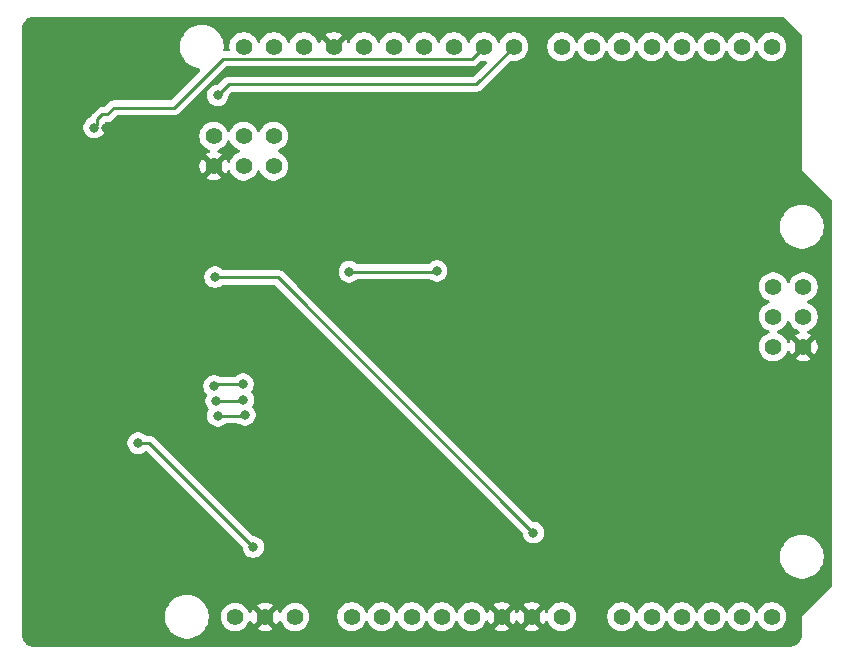
<source format=gbl>
%TF.GenerationSoftware,KiCad,Pcbnew,9.0.6*%
%TF.CreationDate,2025-11-05T04:43:16-08:00*%
%TF.ProjectId,D1R32InterfaceShield,44315233-3249-46e7-9465-726661636553,1.0*%
%TF.SameCoordinates,Original*%
%TF.FileFunction,Copper,L2,Bot*%
%TF.FilePolarity,Positive*%
%FSLAX46Y46*%
G04 Gerber Fmt 4.6, Leading zero omitted, Abs format (unit mm)*
G04 Created by KiCad (PCBNEW 9.0.6) date 2025-11-05 04:43:16*
%MOMM*%
%LPD*%
G01*
G04 APERTURE LIST*
%TA.AperFunction,ComponentPad*%
%ADD10C,1.422000*%
%TD*%
%TA.AperFunction,ViaPad*%
%ADD11C,0.800000*%
%TD*%
%TA.AperFunction,Conductor*%
%ADD12C,0.250000*%
%TD*%
G04 APERTURE END LIST*
D10*
%TO.P,U8,1,OFF*%
%TO.N,unconnected-(U8-OFF-Pad1)*%
X139595000Y-127750000D03*
%TO.P,U8,2,GND*%
%TO.N,GND*%
X142135000Y-127750000D03*
%TO.P,U8,3,VRTC*%
%TO.N,unconnected-(U8-VRTC-Pad3)*%
X144675000Y-127750000D03*
%TD*%
%TO.P,U5,1,CIPO*%
%TO.N,unconnected-(U5-CIPO-Pad1)*%
X185161990Y-99805010D03*
%TO.P,U5,2,+5V*%
%TO.N,+5V*%
X187701990Y-99805010D03*
%TO.P,U5,3,SCK*%
%TO.N,unconnected-(U5-SCK-Pad3)*%
X185161990Y-102345010D03*
%TO.P,U5,4,COPI*%
%TO.N,unconnected-(U5-COPI-Pad4)*%
X187701990Y-102345010D03*
%TO.P,U5,5,RESET*%
%TO.N,unconnected-(U5-RESET-Pad5)*%
X185161990Y-104885010D03*
%TO.P,U5,6,GND*%
%TO.N,GND*%
X187701990Y-104885010D03*
%TD*%
%TO.P,U7,1*%
%TO.N,N/C*%
X167259990Y-79470010D03*
%TO.P,U7,2*%
X169799990Y-79470010D03*
%TO.P,U7,3*%
X172339990Y-79470010D03*
%TO.P,U7,4*%
X174879990Y-79470010D03*
%TO.P,U7,5*%
X177419990Y-79470010D03*
%TO.P,U7,6*%
X179959990Y-79470010D03*
%TO.P,U7,7*%
X182499990Y-79470010D03*
%TO.P,U7,8*%
X185039990Y-79470010D03*
%TD*%
%TO.P,U6,1,SCL*%
%TO.N,IO22*%
X140336000Y-79470000D03*
%TO.P,U6,2,SDA*%
%TO.N,IO21*%
X142876000Y-79470000D03*
%TO.P,U6,3,AREF*%
%TO.N,unconnected-(U6-AREF-Pad3)*%
X145416000Y-79470000D03*
%TO.P,U6,4,GND*%
%TO.N,GND*%
X147956000Y-79470000D03*
%TO.P,U6,5,D13/SCK/CANRX0*%
%TO.N,IO18*%
X150496000Y-79470000D03*
%TO.P,U6,6,D12/CIPO*%
%TO.N,IO19*%
X153036000Y-79470000D03*
%TO.P,U6,7,~D11/COPI*%
%TO.N,IO23*%
X155576000Y-79470000D03*
%TO.P,U6,8,~D10/CS/CANTX0*%
%TO.N,IO5*%
X158116000Y-79470000D03*
%TO.P,U6,9,~D9*%
%TO.N,IO13*%
X160656000Y-79470000D03*
%TO.P,U6,10,D8*%
%TO.N,IO12*%
X163196000Y-79470000D03*
%TD*%
%TO.P,U3,1*%
%TO.N,N/C*%
X172340000Y-127730000D03*
%TO.P,U3,2*%
X174880000Y-127730000D03*
%TO.P,U3,3*%
X177420000Y-127730000D03*
%TO.P,U3,4*%
X179960000Y-127730000D03*
%TO.P,U3,5*%
X182500000Y-127730000D03*
%TO.P,U3,6*%
X185040000Y-127730000D03*
%TD*%
%TO.P,U2,1,BOOT*%
%TO.N,IO0*%
X149480000Y-127730000D03*
%TO.P,U2,2,IOREF*%
%TO.N,unconnected-(U2-IOREF-Pad2)*%
X152020000Y-127730000D03*
%TO.P,U2,3,Reset*%
%TO.N,unconnected-(U2-Reset-Pad3)*%
X154560000Y-127730000D03*
%TO.P,U2,4,+3V3*%
%TO.N,+3.3V*%
X157100000Y-127730000D03*
%TO.P,U2,5,+5V*%
%TO.N,+5V*%
X159640000Y-127730000D03*
%TO.P,U2,6,GND*%
%TO.N,GND*%
X162180000Y-127730000D03*
%TO.P,U2,7,GND*%
X164720000Y-127730000D03*
%TO.P,U2,8,VIN*%
%TO.N,VDD*%
X167260000Y-127730000D03*
%TD*%
%TO.P,U4,1,GPIO42*%
%TO.N,unconnected-(U4-GPIO42-Pad1)*%
X142876000Y-87039200D03*
%TO.P,U4,2,GPIO41*%
%TO.N,unconnected-(U4-GPIO41-Pad2)*%
X142876000Y-89579200D03*
%TO.P,U4,3,GPIO43/TXD0*%
%TO.N,unconnected-(U4-GPIO43{slash}TXD0-Pad3)*%
X140336000Y-87039200D03*
%TO.P,U4,4,GPIO0/DOWNLOAD*%
%TO.N,unconnected-(U4-GPIO0{slash}DOWNLOAD-Pad4)*%
X140336000Y-89579200D03*
%TO.P,U4,5,GPIO44/RXD0*%
%TO.N,unconnected-(U4-GPIO44{slash}RXD0-Pad5)*%
X137796000Y-87039200D03*
%TO.P,U4,6,GND*%
%TO.N,GND*%
X137796000Y-89579200D03*
%TD*%
D11*
%TO.N,GND*%
X128704846Y-120794848D03*
X163340000Y-123500000D03*
X137796000Y-92416000D03*
X128669951Y-86330101D03*
X128950000Y-127890000D03*
X181270000Y-109110000D03*
X147960000Y-84420000D03*
X134070000Y-97860000D03*
%TO.N,VDD*%
X164860000Y-120620000D03*
X137890000Y-98980000D03*
%TO.N,IO13*%
X127670000Y-86320000D03*
%TO.N,IO12*%
X138123000Y-83590000D03*
%TO.N,IO19*%
X140420000Y-110650000D03*
X138123000Y-110720000D03*
%TO.N,IO5*%
X140280000Y-108030000D03*
X137800000Y-108190000D03*
X149270000Y-98530000D03*
X156670000Y-98450000D03*
%TO.N,IO18*%
X140310000Y-109410000D03*
X137990000Y-109490000D03*
%TO.N,IO0*%
X141140000Y-121830000D03*
X131390000Y-113040000D03*
%TD*%
D12*
%TO.N,GND*%
X128704846Y-120794848D02*
X128950000Y-121040002D01*
%TO.N,VDD*%
X143220000Y-98980000D02*
X164860000Y-120620000D01*
X137890000Y-98980000D02*
X143220000Y-98980000D01*
%TO.N,IO13*%
X159619000Y-80507000D02*
X160656000Y-79470000D01*
X129350000Y-84640000D02*
X134404408Y-84640000D01*
X127934000Y-86056000D02*
X127934000Y-85629280D01*
X127670000Y-86320000D02*
X127934000Y-86056000D01*
X128786000Y-85204000D02*
X129350000Y-84640000D01*
X138537408Y-80507000D02*
X159619000Y-80507000D01*
X127934000Y-85629280D02*
X128359280Y-85204000D01*
X128359280Y-85204000D02*
X128786000Y-85204000D01*
X134404408Y-84640000D02*
X138537408Y-80507000D01*
%TO.N,IO12*%
X138123000Y-83590000D02*
X139059000Y-82654000D01*
X160012000Y-82654000D02*
X163196000Y-79470000D01*
X139059000Y-82654000D02*
X160012000Y-82654000D01*
%TO.N,IO19*%
X138123000Y-110720000D02*
X140350000Y-110720000D01*
X140350000Y-110720000D02*
X140420000Y-110650000D01*
%TO.N,IO5*%
X137800000Y-108190000D02*
X137960000Y-108030000D01*
X137960000Y-108030000D02*
X140280000Y-108030000D01*
X156590000Y-98530000D02*
X156670000Y-98450000D01*
X149270000Y-98530000D02*
X156590000Y-98530000D01*
%TO.N,IO18*%
X137990000Y-109490000D02*
X140230000Y-109490000D01*
X140230000Y-109490000D02*
X140310000Y-109410000D01*
%TO.N,IO0*%
X131390000Y-113040000D02*
X132350000Y-113040000D01*
X132350000Y-113040000D02*
X141140000Y-121830000D01*
%TD*%
%TA.AperFunction,Conductor*%
%TO.N,GND*%
G36*
X186486702Y-102672732D02*
G01*
X186538177Y-102719976D01*
X186549921Y-102745691D01*
X186571836Y-102813138D01*
X186658982Y-102984170D01*
X186771801Y-103139454D01*
X186771805Y-103139459D01*
X186907540Y-103275194D01*
X186907545Y-103275198D01*
X187042991Y-103373604D01*
X187062833Y-103388020D01*
X187233864Y-103475165D01*
X187315060Y-103501547D01*
X187372736Y-103540985D01*
X187399934Y-103605343D01*
X187388019Y-103674190D01*
X187340775Y-103725665D01*
X187315061Y-103737409D01*
X187237126Y-103762732D01*
X187067290Y-103849268D01*
X187039785Y-103869251D01*
X187633818Y-104463284D01*
X187537946Y-104488973D01*
X187441034Y-104544926D01*
X187361906Y-104624054D01*
X187305953Y-104720966D01*
X187280264Y-104816838D01*
X186686231Y-104222805D01*
X186666248Y-104250310D01*
X186579712Y-104420146D01*
X186554389Y-104498081D01*
X186514951Y-104555756D01*
X186450592Y-104582954D01*
X186381746Y-104571039D01*
X186330270Y-104523794D01*
X186318527Y-104498080D01*
X186306157Y-104460010D01*
X186292145Y-104416884D01*
X186205000Y-104245853D01*
X186188255Y-104222805D01*
X186092178Y-104090565D01*
X186092174Y-104090560D01*
X185956439Y-103954825D01*
X185956434Y-103954821D01*
X185801150Y-103842002D01*
X185801149Y-103842001D01*
X185801147Y-103842000D01*
X185630116Y-103754855D01*
X185562670Y-103732940D01*
X185504995Y-103693503D01*
X185477797Y-103629145D01*
X185489712Y-103560298D01*
X185536956Y-103508823D01*
X185562669Y-103497079D01*
X185630116Y-103475165D01*
X185801147Y-103388020D01*
X185956441Y-103275193D01*
X186092173Y-103139461D01*
X186205000Y-102984167D01*
X186292145Y-102813136D01*
X186314059Y-102745690D01*
X186353497Y-102688015D01*
X186417855Y-102660817D01*
X186486702Y-102672732D01*
G37*
%TD.AperFunction*%
%TA.AperFunction,Conductor*%
G36*
X139120712Y-87366922D02*
G01*
X139172187Y-87414166D01*
X139183931Y-87439881D01*
X139205846Y-87507328D01*
X139292992Y-87678360D01*
X139405811Y-87833644D01*
X139405815Y-87833649D01*
X139541550Y-87969384D01*
X139541555Y-87969388D01*
X139677001Y-88067794D01*
X139696843Y-88082210D01*
X139805821Y-88137737D01*
X139867869Y-88169353D01*
X139867871Y-88169353D01*
X139867874Y-88169355D01*
X139935319Y-88191269D01*
X139992994Y-88230707D01*
X140020192Y-88295066D01*
X140008277Y-88363912D01*
X139961033Y-88415388D01*
X139935320Y-88427130D01*
X139921567Y-88431599D01*
X139867869Y-88449046D01*
X139696839Y-88536192D01*
X139541555Y-88649011D01*
X139541550Y-88649015D01*
X139405815Y-88784750D01*
X139405811Y-88784755D01*
X139292992Y-88940039D01*
X139205847Y-89111068D01*
X139179462Y-89192272D01*
X139140023Y-89249947D01*
X139075664Y-89277144D01*
X139006818Y-89265229D01*
X138955343Y-89217984D01*
X138943600Y-89192270D01*
X138918279Y-89114339D01*
X138918278Y-89114336D01*
X138831739Y-88944496D01*
X138811757Y-88916995D01*
X138217725Y-89511027D01*
X138192037Y-89415156D01*
X138136084Y-89318244D01*
X138056956Y-89239116D01*
X137960044Y-89183163D01*
X137864172Y-89157474D01*
X138458204Y-88563442D01*
X138458203Y-88563441D01*
X138430702Y-88543459D01*
X138260863Y-88456922D01*
X138182928Y-88431599D01*
X138125253Y-88392161D01*
X138098055Y-88327802D01*
X138109970Y-88258956D01*
X138157214Y-88207480D01*
X138182925Y-88195738D01*
X138264126Y-88169355D01*
X138435157Y-88082210D01*
X138590451Y-87969383D01*
X138726183Y-87833651D01*
X138839010Y-87678357D01*
X138926155Y-87507326D01*
X138948069Y-87439880D01*
X138987507Y-87382205D01*
X139051865Y-87355007D01*
X139120712Y-87366922D01*
G37*
%TD.AperFunction*%
%TA.AperFunction,Conductor*%
G36*
X186071470Y-76950185D02*
G01*
X186092112Y-76966819D01*
X187543181Y-78417888D01*
X187576666Y-78479211D01*
X187579500Y-78505569D01*
X187579500Y-89884207D01*
X190083181Y-92387888D01*
X190116666Y-92449211D01*
X190119500Y-92475569D01*
X190119500Y-125138431D01*
X190099815Y-125205470D01*
X190083181Y-125226112D01*
X187579500Y-127729792D01*
X187579500Y-129248586D01*
X187579028Y-129259394D01*
X187566025Y-129408003D01*
X187564114Y-129421386D01*
X187558120Y-129451520D01*
X187556278Y-129459422D01*
X187522301Y-129586227D01*
X187517087Y-129601588D01*
X187509814Y-129619146D01*
X187507635Y-129624096D01*
X187448032Y-129751917D01*
X187437225Y-129770636D01*
X187348137Y-129897867D01*
X187334243Y-129914425D01*
X187224425Y-130024243D01*
X187207867Y-130038137D01*
X187080636Y-130127225D01*
X187061917Y-130138032D01*
X186934096Y-130197635D01*
X186929146Y-130199814D01*
X186911588Y-130207087D01*
X186896227Y-130212301D01*
X186769422Y-130246278D01*
X186761520Y-130248120D01*
X186731386Y-130254114D01*
X186718004Y-130256025D01*
X186580639Y-130268044D01*
X186569393Y-130269028D01*
X186558587Y-130269500D01*
X122561659Y-130269500D01*
X122550393Y-130268987D01*
X122405297Y-130255749D01*
X122391757Y-130253755D01*
X122353305Y-130245904D01*
X122345624Y-130244080D01*
X122228428Y-130212264D01*
X122213076Y-130206995D01*
X122181441Y-130193766D01*
X122176556Y-130191599D01*
X122059731Y-130136718D01*
X122041088Y-130125889D01*
X121987884Y-130088444D01*
X121914392Y-130036720D01*
X121897908Y-130022827D01*
X121788574Y-129913061D01*
X121774745Y-129896521D01*
X121686071Y-129769469D01*
X121675318Y-129750789D01*
X121609993Y-129610299D01*
X121602639Y-129590041D01*
X121562634Y-129440345D01*
X121558904Y-129419136D01*
X121544960Y-129259361D01*
X121544492Y-129248585D01*
X121544492Y-129226624D01*
X121543334Y-129224504D01*
X121540500Y-129198146D01*
X121540500Y-127608707D01*
X133659555Y-127608707D01*
X133659555Y-127851292D01*
X133691216Y-128091774D01*
X133754000Y-128326086D01*
X133846823Y-128550180D01*
X133846827Y-128550190D01*
X133968109Y-128760257D01*
X134115775Y-128952699D01*
X134115781Y-128952706D01*
X134287293Y-129124218D01*
X134287300Y-129124224D01*
X134479742Y-129271890D01*
X134689809Y-129393172D01*
X134689810Y-129393172D01*
X134689813Y-129393174D01*
X134913918Y-129486001D01*
X135148222Y-129548783D01*
X135388715Y-129580445D01*
X135388722Y-129580445D01*
X135631278Y-129580445D01*
X135631285Y-129580445D01*
X135871778Y-129548783D01*
X136106082Y-129486001D01*
X136330187Y-129393174D01*
X136540258Y-129271890D01*
X136732701Y-129124223D01*
X136904223Y-128952701D01*
X137051890Y-128760258D01*
X137173174Y-128550187D01*
X137266001Y-128326082D01*
X137328783Y-128091778D01*
X137360445Y-127851285D01*
X137360445Y-127654017D01*
X138375500Y-127654017D01*
X138375500Y-127845982D01*
X138405527Y-128035567D01*
X138464846Y-128218130D01*
X138519854Y-128326086D01*
X138549721Y-128384704D01*
X138551992Y-128389160D01*
X138664811Y-128544444D01*
X138664815Y-128544449D01*
X138800550Y-128680184D01*
X138800555Y-128680188D01*
X138928311Y-128773007D01*
X138955843Y-128793010D01*
X139064821Y-128848537D01*
X139126869Y-128880153D01*
X139126871Y-128880153D01*
X139126874Y-128880155D01*
X139222359Y-128911180D01*
X139309432Y-128939472D01*
X139499018Y-128969500D01*
X139499023Y-128969500D01*
X139690982Y-128969500D01*
X139880567Y-128939472D01*
X139906087Y-128931180D01*
X140063126Y-128880155D01*
X140234157Y-128793010D01*
X140389451Y-128680183D01*
X140525183Y-128544451D01*
X140638010Y-128389157D01*
X140725155Y-128218126D01*
X140751537Y-128136927D01*
X140790974Y-128079254D01*
X140855333Y-128052055D01*
X140924179Y-128063969D01*
X140975655Y-128111214D01*
X140987399Y-128136928D01*
X141012722Y-128214863D01*
X141012721Y-128214863D01*
X141099259Y-128384702D01*
X141119241Y-128412203D01*
X141119242Y-128412204D01*
X141713274Y-127818171D01*
X141738963Y-127914044D01*
X141794916Y-128010956D01*
X141874044Y-128090084D01*
X141970956Y-128146037D01*
X142066828Y-128171725D01*
X141472795Y-128765757D01*
X141472795Y-128765758D01*
X141500296Y-128785739D01*
X141670136Y-128872278D01*
X141670139Y-128872279D01*
X141851421Y-128931180D01*
X142039693Y-128961000D01*
X142230307Y-128961000D01*
X142418578Y-128931180D01*
X142599860Y-128872279D01*
X142599863Y-128872278D01*
X142769704Y-128785738D01*
X142797204Y-128765757D01*
X142203172Y-128171725D01*
X142299044Y-128146037D01*
X142395956Y-128090084D01*
X142475084Y-128010956D01*
X142531037Y-127914044D01*
X142556725Y-127818171D01*
X143150757Y-128412203D01*
X143170738Y-128384704D01*
X143257278Y-128214863D01*
X143257280Y-128214857D01*
X143282600Y-128136930D01*
X143322037Y-128079254D01*
X143386395Y-128052055D01*
X143455242Y-128063969D01*
X143506718Y-128111213D01*
X143518462Y-128136928D01*
X143544846Y-128218129D01*
X143544847Y-128218130D01*
X143629721Y-128384704D01*
X143631992Y-128389160D01*
X143744811Y-128544444D01*
X143744815Y-128544449D01*
X143880550Y-128680184D01*
X143880555Y-128680188D01*
X144008311Y-128773007D01*
X144035843Y-128793010D01*
X144144821Y-128848537D01*
X144206869Y-128880153D01*
X144206871Y-128880153D01*
X144206874Y-128880155D01*
X144302359Y-128911180D01*
X144389432Y-128939472D01*
X144579018Y-128969500D01*
X144579023Y-128969500D01*
X144770982Y-128969500D01*
X144960567Y-128939472D01*
X144986087Y-128931180D01*
X145143126Y-128880155D01*
X145314157Y-128793010D01*
X145469451Y-128680183D01*
X145605183Y-128544451D01*
X145718010Y-128389157D01*
X145805155Y-128218126D01*
X145864472Y-128035567D01*
X145865320Y-128030216D01*
X145894500Y-127845982D01*
X145894500Y-127654021D01*
X145893633Y-127648547D01*
X145893633Y-127648544D01*
X145891332Y-127634017D01*
X148260500Y-127634017D01*
X148260500Y-127825982D01*
X148290527Y-128015567D01*
X148349846Y-128198130D01*
X148409776Y-128315748D01*
X148434721Y-128364704D01*
X148436992Y-128369160D01*
X148549811Y-128524444D01*
X148549815Y-128524449D01*
X148685550Y-128660184D01*
X148685555Y-128660188D01*
X148821001Y-128758594D01*
X148840843Y-128773010D01*
X148949821Y-128828537D01*
X149011869Y-128860153D01*
X149011871Y-128860153D01*
X149011874Y-128860155D01*
X149073422Y-128880153D01*
X149194432Y-128919472D01*
X149384018Y-128949500D01*
X149384023Y-128949500D01*
X149575982Y-128949500D01*
X149765567Y-128919472D01*
X149791087Y-128911180D01*
X149948126Y-128860155D01*
X150119157Y-128773010D01*
X150274451Y-128660183D01*
X150410183Y-128524451D01*
X150523010Y-128369157D01*
X150610155Y-128198126D01*
X150632069Y-128130680D01*
X150671507Y-128073005D01*
X150735865Y-128045807D01*
X150804712Y-128057722D01*
X150856187Y-128104966D01*
X150867930Y-128130679D01*
X150889845Y-128198126D01*
X150974721Y-128364704D01*
X150976992Y-128369160D01*
X151089811Y-128524444D01*
X151089815Y-128524449D01*
X151225550Y-128660184D01*
X151225555Y-128660188D01*
X151361001Y-128758594D01*
X151380843Y-128773010D01*
X151489821Y-128828537D01*
X151551869Y-128860153D01*
X151551871Y-128860153D01*
X151551874Y-128860155D01*
X151613422Y-128880153D01*
X151734432Y-128919472D01*
X151924018Y-128949500D01*
X151924023Y-128949500D01*
X152115982Y-128949500D01*
X152305567Y-128919472D01*
X152331087Y-128911180D01*
X152488126Y-128860155D01*
X152659157Y-128773010D01*
X152814451Y-128660183D01*
X152950183Y-128524451D01*
X153063010Y-128369157D01*
X153150155Y-128198126D01*
X153172069Y-128130680D01*
X153211507Y-128073005D01*
X153275865Y-128045807D01*
X153344712Y-128057722D01*
X153396187Y-128104966D01*
X153407930Y-128130679D01*
X153429845Y-128198126D01*
X153514721Y-128364704D01*
X153516992Y-128369160D01*
X153629811Y-128524444D01*
X153629815Y-128524449D01*
X153765550Y-128660184D01*
X153765555Y-128660188D01*
X153901001Y-128758594D01*
X153920843Y-128773010D01*
X154029821Y-128828537D01*
X154091869Y-128860153D01*
X154091871Y-128860153D01*
X154091874Y-128860155D01*
X154153422Y-128880153D01*
X154274432Y-128919472D01*
X154464018Y-128949500D01*
X154464023Y-128949500D01*
X154655982Y-128949500D01*
X154845567Y-128919472D01*
X154871087Y-128911180D01*
X155028126Y-128860155D01*
X155199157Y-128773010D01*
X155354451Y-128660183D01*
X155490183Y-128524451D01*
X155603010Y-128369157D01*
X155690155Y-128198126D01*
X155712069Y-128130680D01*
X155751507Y-128073005D01*
X155815865Y-128045807D01*
X155884712Y-128057722D01*
X155936187Y-128104966D01*
X155947930Y-128130679D01*
X155969845Y-128198126D01*
X156054721Y-128364704D01*
X156056992Y-128369160D01*
X156169811Y-128524444D01*
X156169815Y-128524449D01*
X156305550Y-128660184D01*
X156305555Y-128660188D01*
X156441001Y-128758594D01*
X156460843Y-128773010D01*
X156569821Y-128828537D01*
X156631869Y-128860153D01*
X156631871Y-128860153D01*
X156631874Y-128860155D01*
X156693422Y-128880153D01*
X156814432Y-128919472D01*
X157004018Y-128949500D01*
X157004023Y-128949500D01*
X157195982Y-128949500D01*
X157385567Y-128919472D01*
X157411087Y-128911180D01*
X157568126Y-128860155D01*
X157739157Y-128773010D01*
X157894451Y-128660183D01*
X158030183Y-128524451D01*
X158143010Y-128369157D01*
X158230155Y-128198126D01*
X158252069Y-128130680D01*
X158291507Y-128073005D01*
X158355865Y-128045807D01*
X158424712Y-128057722D01*
X158476187Y-128104966D01*
X158487930Y-128130679D01*
X158509845Y-128198126D01*
X158594721Y-128364704D01*
X158596992Y-128369160D01*
X158709811Y-128524444D01*
X158709815Y-128524449D01*
X158845550Y-128660184D01*
X158845555Y-128660188D01*
X158981001Y-128758594D01*
X159000843Y-128773010D01*
X159109821Y-128828537D01*
X159171869Y-128860153D01*
X159171871Y-128860153D01*
X159171874Y-128860155D01*
X159233422Y-128880153D01*
X159354432Y-128919472D01*
X159544018Y-128949500D01*
X159544023Y-128949500D01*
X159735982Y-128949500D01*
X159925567Y-128919472D01*
X159951087Y-128911180D01*
X160108126Y-128860155D01*
X160279157Y-128773010D01*
X160434451Y-128660183D01*
X160570183Y-128524451D01*
X160683010Y-128369157D01*
X160770155Y-128198126D01*
X160796537Y-128116927D01*
X160835974Y-128059254D01*
X160900333Y-128032055D01*
X160969179Y-128043969D01*
X161020655Y-128091214D01*
X161032399Y-128116928D01*
X161057722Y-128194863D01*
X161057721Y-128194863D01*
X161144259Y-128364702D01*
X161164241Y-128392203D01*
X161164242Y-128392204D01*
X161758274Y-127798171D01*
X161783963Y-127894044D01*
X161839916Y-127990956D01*
X161919044Y-128070084D01*
X162015956Y-128126037D01*
X162111828Y-128151725D01*
X161517795Y-128745757D01*
X161517795Y-128745758D01*
X161545296Y-128765739D01*
X161715136Y-128852278D01*
X161715139Y-128852279D01*
X161896421Y-128911180D01*
X162084693Y-128941000D01*
X162275307Y-128941000D01*
X162463578Y-128911180D01*
X162644860Y-128852279D01*
X162644863Y-128852278D01*
X162814704Y-128765738D01*
X162842204Y-128745757D01*
X162248172Y-128151725D01*
X162344044Y-128126037D01*
X162440956Y-128070084D01*
X162520084Y-127990956D01*
X162576037Y-127894044D01*
X162601725Y-127798171D01*
X163195757Y-128392203D01*
X163215738Y-128364704D01*
X163302278Y-128194863D01*
X163302279Y-128194860D01*
X163332069Y-128103176D01*
X163371506Y-128045501D01*
X163435865Y-128018302D01*
X163504711Y-128030216D01*
X163556187Y-128077460D01*
X163567931Y-128103176D01*
X163597720Y-128194860D01*
X163597721Y-128194863D01*
X163684259Y-128364702D01*
X163704241Y-128392203D01*
X163704242Y-128392204D01*
X164298274Y-127798171D01*
X164323963Y-127894044D01*
X164379916Y-127990956D01*
X164459044Y-128070084D01*
X164555956Y-128126037D01*
X164651828Y-128151725D01*
X164057795Y-128745757D01*
X164057795Y-128745758D01*
X164085296Y-128765739D01*
X164255136Y-128852278D01*
X164255139Y-128852279D01*
X164436421Y-128911180D01*
X164624693Y-128941000D01*
X164815307Y-128941000D01*
X165003578Y-128911180D01*
X165184860Y-128852279D01*
X165184863Y-128852278D01*
X165354704Y-128765738D01*
X165382204Y-128745757D01*
X164788172Y-128151725D01*
X164884044Y-128126037D01*
X164980956Y-128070084D01*
X165060084Y-127990956D01*
X165116037Y-127894044D01*
X165141725Y-127798171D01*
X165735757Y-128392203D01*
X165755738Y-128364704D01*
X165842278Y-128194863D01*
X165842280Y-128194857D01*
X165867600Y-128116930D01*
X165907037Y-128059254D01*
X165971395Y-128032055D01*
X166040242Y-128043969D01*
X166091718Y-128091213D01*
X166103462Y-128116928D01*
X166129846Y-128198129D01*
X166175909Y-128288533D01*
X166214721Y-128364704D01*
X166216992Y-128369160D01*
X166329811Y-128524444D01*
X166329815Y-128524449D01*
X166465550Y-128660184D01*
X166465555Y-128660188D01*
X166601001Y-128758594D01*
X166620843Y-128773010D01*
X166729821Y-128828537D01*
X166791869Y-128860153D01*
X166791871Y-128860153D01*
X166791874Y-128860155D01*
X166853422Y-128880153D01*
X166974432Y-128919472D01*
X167164018Y-128949500D01*
X167164023Y-128949500D01*
X167355982Y-128949500D01*
X167545567Y-128919472D01*
X167571087Y-128911180D01*
X167728126Y-128860155D01*
X167899157Y-128773010D01*
X168054451Y-128660183D01*
X168190183Y-128524451D01*
X168303010Y-128369157D01*
X168390155Y-128198126D01*
X168449472Y-128015567D01*
X168465552Y-127914044D01*
X168479500Y-127825982D01*
X168479500Y-127634017D01*
X171120500Y-127634017D01*
X171120500Y-127825982D01*
X171150527Y-128015567D01*
X171209846Y-128198130D01*
X171269776Y-128315748D01*
X171294721Y-128364704D01*
X171296992Y-128369160D01*
X171409811Y-128524444D01*
X171409815Y-128524449D01*
X171545550Y-128660184D01*
X171545555Y-128660188D01*
X171681001Y-128758594D01*
X171700843Y-128773010D01*
X171809821Y-128828537D01*
X171871869Y-128860153D01*
X171871871Y-128860153D01*
X171871874Y-128860155D01*
X171933422Y-128880153D01*
X172054432Y-128919472D01*
X172244018Y-128949500D01*
X172244023Y-128949500D01*
X172435982Y-128949500D01*
X172625567Y-128919472D01*
X172651087Y-128911180D01*
X172808126Y-128860155D01*
X172979157Y-128773010D01*
X173134451Y-128660183D01*
X173270183Y-128524451D01*
X173383010Y-128369157D01*
X173470155Y-128198126D01*
X173492069Y-128130680D01*
X173531507Y-128073005D01*
X173595865Y-128045807D01*
X173664712Y-128057722D01*
X173716187Y-128104966D01*
X173727930Y-128130679D01*
X173749845Y-128198126D01*
X173834721Y-128364704D01*
X173836992Y-128369160D01*
X173949811Y-128524444D01*
X173949815Y-128524449D01*
X174085550Y-128660184D01*
X174085555Y-128660188D01*
X174221001Y-128758594D01*
X174240843Y-128773010D01*
X174349821Y-128828537D01*
X174411869Y-128860153D01*
X174411871Y-128860153D01*
X174411874Y-128860155D01*
X174473422Y-128880153D01*
X174594432Y-128919472D01*
X174784018Y-128949500D01*
X174784023Y-128949500D01*
X174975982Y-128949500D01*
X175165567Y-128919472D01*
X175191087Y-128911180D01*
X175348126Y-128860155D01*
X175519157Y-128773010D01*
X175674451Y-128660183D01*
X175810183Y-128524451D01*
X175923010Y-128369157D01*
X176010155Y-128198126D01*
X176032069Y-128130680D01*
X176071507Y-128073005D01*
X176135865Y-128045807D01*
X176204712Y-128057722D01*
X176256187Y-128104966D01*
X176267930Y-128130679D01*
X176289845Y-128198126D01*
X176374721Y-128364704D01*
X176376992Y-128369160D01*
X176489811Y-128524444D01*
X176489815Y-128524449D01*
X176625550Y-128660184D01*
X176625555Y-128660188D01*
X176761001Y-128758594D01*
X176780843Y-128773010D01*
X176889821Y-128828537D01*
X176951869Y-128860153D01*
X176951871Y-128860153D01*
X176951874Y-128860155D01*
X177013422Y-128880153D01*
X177134432Y-128919472D01*
X177324018Y-128949500D01*
X177324023Y-128949500D01*
X177515982Y-128949500D01*
X177705567Y-128919472D01*
X177731087Y-128911180D01*
X177888126Y-128860155D01*
X178059157Y-128773010D01*
X178214451Y-128660183D01*
X178350183Y-128524451D01*
X178463010Y-128369157D01*
X178550155Y-128198126D01*
X178572069Y-128130680D01*
X178611507Y-128073005D01*
X178675865Y-128045807D01*
X178744712Y-128057722D01*
X178796187Y-128104966D01*
X178807930Y-128130679D01*
X178829845Y-128198126D01*
X178914721Y-128364704D01*
X178916992Y-128369160D01*
X179029811Y-128524444D01*
X179029815Y-128524449D01*
X179165550Y-128660184D01*
X179165555Y-128660188D01*
X179301001Y-128758594D01*
X179320843Y-128773010D01*
X179429821Y-128828537D01*
X179491869Y-128860153D01*
X179491871Y-128860153D01*
X179491874Y-128860155D01*
X179553422Y-128880153D01*
X179674432Y-128919472D01*
X179864018Y-128949500D01*
X179864023Y-128949500D01*
X180055982Y-128949500D01*
X180245567Y-128919472D01*
X180271087Y-128911180D01*
X180428126Y-128860155D01*
X180599157Y-128773010D01*
X180754451Y-128660183D01*
X180890183Y-128524451D01*
X181003010Y-128369157D01*
X181090155Y-128198126D01*
X181112069Y-128130680D01*
X181151507Y-128073005D01*
X181215865Y-128045807D01*
X181284712Y-128057722D01*
X181336187Y-128104966D01*
X181347930Y-128130679D01*
X181369845Y-128198126D01*
X181454721Y-128364704D01*
X181456992Y-128369160D01*
X181569811Y-128524444D01*
X181569815Y-128524449D01*
X181705550Y-128660184D01*
X181705555Y-128660188D01*
X181841001Y-128758594D01*
X181860843Y-128773010D01*
X181969821Y-128828537D01*
X182031869Y-128860153D01*
X182031871Y-128860153D01*
X182031874Y-128860155D01*
X182093422Y-128880153D01*
X182214432Y-128919472D01*
X182404018Y-128949500D01*
X182404023Y-128949500D01*
X182595982Y-128949500D01*
X182785567Y-128919472D01*
X182811087Y-128911180D01*
X182968126Y-128860155D01*
X183139157Y-128773010D01*
X183294451Y-128660183D01*
X183430183Y-128524451D01*
X183543010Y-128369157D01*
X183630155Y-128198126D01*
X183652069Y-128130680D01*
X183691507Y-128073005D01*
X183755865Y-128045807D01*
X183824712Y-128057722D01*
X183876187Y-128104966D01*
X183887930Y-128130679D01*
X183909845Y-128198126D01*
X183994721Y-128364704D01*
X183996992Y-128369160D01*
X184109811Y-128524444D01*
X184109815Y-128524449D01*
X184245550Y-128660184D01*
X184245555Y-128660188D01*
X184381001Y-128758594D01*
X184400843Y-128773010D01*
X184509821Y-128828537D01*
X184571869Y-128860153D01*
X184571871Y-128860153D01*
X184571874Y-128860155D01*
X184633422Y-128880153D01*
X184754432Y-128919472D01*
X184944018Y-128949500D01*
X184944023Y-128949500D01*
X185135982Y-128949500D01*
X185325567Y-128919472D01*
X185351087Y-128911180D01*
X185508126Y-128860155D01*
X185679157Y-128773010D01*
X185834451Y-128660183D01*
X185970183Y-128524451D01*
X186083010Y-128369157D01*
X186170155Y-128198126D01*
X186229472Y-128015567D01*
X186245552Y-127914044D01*
X186259500Y-127825982D01*
X186259500Y-127634017D01*
X186229472Y-127444432D01*
X186176652Y-127281871D01*
X186170155Y-127261874D01*
X186170153Y-127261871D01*
X186170153Y-127261869D01*
X186138537Y-127199821D01*
X186083010Y-127090843D01*
X186066265Y-127067795D01*
X185970188Y-126935555D01*
X185970184Y-126935550D01*
X185834449Y-126799815D01*
X185834444Y-126799811D01*
X185679160Y-126686992D01*
X185679159Y-126686991D01*
X185679157Y-126686990D01*
X185625748Y-126659776D01*
X185508130Y-126599846D01*
X185325567Y-126540527D01*
X185135982Y-126510500D01*
X185135977Y-126510500D01*
X184944023Y-126510500D01*
X184944018Y-126510500D01*
X184754432Y-126540527D01*
X184571869Y-126599846D01*
X184400839Y-126686992D01*
X184245555Y-126799811D01*
X184245550Y-126799815D01*
X184109815Y-126935550D01*
X184109811Y-126935555D01*
X183996992Y-127090839D01*
X183909846Y-127261869D01*
X183887931Y-127329319D01*
X183848493Y-127386994D01*
X183784134Y-127414192D01*
X183715288Y-127402277D01*
X183663812Y-127355033D01*
X183652069Y-127329319D01*
X183636652Y-127281871D01*
X183630155Y-127261874D01*
X183630153Y-127261871D01*
X183630153Y-127261869D01*
X183598537Y-127199821D01*
X183543010Y-127090843D01*
X183526265Y-127067795D01*
X183430188Y-126935555D01*
X183430184Y-126935550D01*
X183294449Y-126799815D01*
X183294444Y-126799811D01*
X183139160Y-126686992D01*
X183139159Y-126686991D01*
X183139157Y-126686990D01*
X183085748Y-126659776D01*
X182968130Y-126599846D01*
X182785567Y-126540527D01*
X182595982Y-126510500D01*
X182595977Y-126510500D01*
X182404023Y-126510500D01*
X182404018Y-126510500D01*
X182214432Y-126540527D01*
X182031869Y-126599846D01*
X181860839Y-126686992D01*
X181705555Y-126799811D01*
X181705550Y-126799815D01*
X181569815Y-126935550D01*
X181569811Y-126935555D01*
X181456992Y-127090839D01*
X181369846Y-127261869D01*
X181347931Y-127329319D01*
X181308493Y-127386994D01*
X181244134Y-127414192D01*
X181175288Y-127402277D01*
X181123812Y-127355033D01*
X181112069Y-127329319D01*
X181096652Y-127281871D01*
X181090155Y-127261874D01*
X181090153Y-127261871D01*
X181090153Y-127261869D01*
X181058537Y-127199821D01*
X181003010Y-127090843D01*
X180986265Y-127067795D01*
X180890188Y-126935555D01*
X180890184Y-126935550D01*
X180754449Y-126799815D01*
X180754444Y-126799811D01*
X180599160Y-126686992D01*
X180599159Y-126686991D01*
X180599157Y-126686990D01*
X180545748Y-126659776D01*
X180428130Y-126599846D01*
X180245567Y-126540527D01*
X180055982Y-126510500D01*
X180055977Y-126510500D01*
X179864023Y-126510500D01*
X179864018Y-126510500D01*
X179674432Y-126540527D01*
X179491869Y-126599846D01*
X179320839Y-126686992D01*
X179165555Y-126799811D01*
X179165550Y-126799815D01*
X179029815Y-126935550D01*
X179029811Y-126935555D01*
X178916992Y-127090839D01*
X178829846Y-127261869D01*
X178807931Y-127329319D01*
X178768493Y-127386994D01*
X178704134Y-127414192D01*
X178635288Y-127402277D01*
X178583812Y-127355033D01*
X178572069Y-127329319D01*
X178556652Y-127281871D01*
X178550155Y-127261874D01*
X178550153Y-127261871D01*
X178550153Y-127261869D01*
X178518537Y-127199821D01*
X178463010Y-127090843D01*
X178446265Y-127067795D01*
X178350188Y-126935555D01*
X178350184Y-126935550D01*
X178214449Y-126799815D01*
X178214444Y-126799811D01*
X178059160Y-126686992D01*
X178059159Y-126686991D01*
X178059157Y-126686990D01*
X178005748Y-126659776D01*
X177888130Y-126599846D01*
X177705567Y-126540527D01*
X177515982Y-126510500D01*
X177515977Y-126510500D01*
X177324023Y-126510500D01*
X177324018Y-126510500D01*
X177134432Y-126540527D01*
X176951869Y-126599846D01*
X176780839Y-126686992D01*
X176625555Y-126799811D01*
X176625550Y-126799815D01*
X176489815Y-126935550D01*
X176489811Y-126935555D01*
X176376992Y-127090839D01*
X176289846Y-127261869D01*
X176267931Y-127329319D01*
X176228493Y-127386994D01*
X176164134Y-127414192D01*
X176095288Y-127402277D01*
X176043812Y-127355033D01*
X176032069Y-127329319D01*
X176016652Y-127281871D01*
X176010155Y-127261874D01*
X176010153Y-127261871D01*
X176010153Y-127261869D01*
X175978537Y-127199821D01*
X175923010Y-127090843D01*
X175906265Y-127067795D01*
X175810188Y-126935555D01*
X175810184Y-126935550D01*
X175674449Y-126799815D01*
X175674444Y-126799811D01*
X175519160Y-126686992D01*
X175519159Y-126686991D01*
X175519157Y-126686990D01*
X175465748Y-126659776D01*
X175348130Y-126599846D01*
X175165567Y-126540527D01*
X174975982Y-126510500D01*
X174975977Y-126510500D01*
X174784023Y-126510500D01*
X174784018Y-126510500D01*
X174594432Y-126540527D01*
X174411869Y-126599846D01*
X174240839Y-126686992D01*
X174085555Y-126799811D01*
X174085550Y-126799815D01*
X173949815Y-126935550D01*
X173949811Y-126935555D01*
X173836992Y-127090839D01*
X173749846Y-127261869D01*
X173727931Y-127329319D01*
X173688493Y-127386994D01*
X173624134Y-127414192D01*
X173555288Y-127402277D01*
X173503812Y-127355033D01*
X173492069Y-127329319D01*
X173476652Y-127281871D01*
X173470155Y-127261874D01*
X173470153Y-127261871D01*
X173470153Y-127261869D01*
X173438537Y-127199821D01*
X173383010Y-127090843D01*
X173366265Y-127067795D01*
X173270188Y-126935555D01*
X173270184Y-126935550D01*
X173134449Y-126799815D01*
X173134444Y-126799811D01*
X172979160Y-126686992D01*
X172979159Y-126686991D01*
X172979157Y-126686990D01*
X172925748Y-126659776D01*
X172808130Y-126599846D01*
X172625567Y-126540527D01*
X172435982Y-126510500D01*
X172435977Y-126510500D01*
X172244023Y-126510500D01*
X172244018Y-126510500D01*
X172054432Y-126540527D01*
X171871869Y-126599846D01*
X171700839Y-126686992D01*
X171545555Y-126799811D01*
X171545550Y-126799815D01*
X171409815Y-126935550D01*
X171409811Y-126935555D01*
X171296992Y-127090839D01*
X171209846Y-127261869D01*
X171150527Y-127444432D01*
X171120500Y-127634017D01*
X168479500Y-127634017D01*
X168449472Y-127444432D01*
X168396652Y-127281871D01*
X168390155Y-127261874D01*
X168390153Y-127261871D01*
X168390153Y-127261869D01*
X168358537Y-127199821D01*
X168303010Y-127090843D01*
X168286265Y-127067795D01*
X168190188Y-126935555D01*
X168190184Y-126935550D01*
X168054449Y-126799815D01*
X168054444Y-126799811D01*
X167899160Y-126686992D01*
X167899159Y-126686991D01*
X167899157Y-126686990D01*
X167845748Y-126659776D01*
X167728130Y-126599846D01*
X167545567Y-126540527D01*
X167355982Y-126510500D01*
X167355977Y-126510500D01*
X167164023Y-126510500D01*
X167164018Y-126510500D01*
X166974432Y-126540527D01*
X166791869Y-126599846D01*
X166620839Y-126686992D01*
X166465555Y-126799811D01*
X166465550Y-126799815D01*
X166329815Y-126935550D01*
X166329811Y-126935555D01*
X166216992Y-127090839D01*
X166129847Y-127261868D01*
X166103462Y-127343072D01*
X166064023Y-127400747D01*
X165999664Y-127427944D01*
X165930818Y-127416029D01*
X165879343Y-127368784D01*
X165867600Y-127343070D01*
X165842279Y-127265139D01*
X165842278Y-127265136D01*
X165755739Y-127095296D01*
X165735757Y-127067795D01*
X165141725Y-127661827D01*
X165116037Y-127565956D01*
X165060084Y-127469044D01*
X164980956Y-127389916D01*
X164884044Y-127333963D01*
X164788172Y-127308274D01*
X165382204Y-126714242D01*
X165382203Y-126714241D01*
X165354702Y-126694259D01*
X165184863Y-126607721D01*
X165184860Y-126607720D01*
X165003578Y-126548819D01*
X164815307Y-126519000D01*
X164624693Y-126519000D01*
X164436421Y-126548819D01*
X164255139Y-126607720D01*
X164255136Y-126607721D01*
X164085300Y-126694258D01*
X164057795Y-126714241D01*
X164651828Y-127308274D01*
X164555956Y-127333963D01*
X164459044Y-127389916D01*
X164379916Y-127469044D01*
X164323963Y-127565956D01*
X164298274Y-127661828D01*
X163704241Y-127067795D01*
X163684258Y-127095300D01*
X163597721Y-127265136D01*
X163597720Y-127265139D01*
X163567931Y-127356823D01*
X163528493Y-127414499D01*
X163464135Y-127441697D01*
X163395289Y-127429782D01*
X163343813Y-127382538D01*
X163332069Y-127356823D01*
X163302279Y-127265139D01*
X163302278Y-127265136D01*
X163215739Y-127095296D01*
X163195757Y-127067795D01*
X162601725Y-127661827D01*
X162576037Y-127565956D01*
X162520084Y-127469044D01*
X162440956Y-127389916D01*
X162344044Y-127333963D01*
X162248172Y-127308274D01*
X162842204Y-126714241D01*
X162814702Y-126694259D01*
X162644863Y-126607721D01*
X162644860Y-126607720D01*
X162463578Y-126548819D01*
X162275307Y-126519000D01*
X162084693Y-126519000D01*
X161896421Y-126548819D01*
X161715139Y-126607720D01*
X161715136Y-126607721D01*
X161545300Y-126694258D01*
X161517795Y-126714241D01*
X162111828Y-127308274D01*
X162015956Y-127333963D01*
X161919044Y-127389916D01*
X161839916Y-127469044D01*
X161783963Y-127565956D01*
X161758274Y-127661828D01*
X161164241Y-127067795D01*
X161144258Y-127095300D01*
X161057722Y-127265136D01*
X161032399Y-127343071D01*
X160992961Y-127400746D01*
X160928602Y-127427944D01*
X160859756Y-127416029D01*
X160808280Y-127368784D01*
X160796537Y-127343070D01*
X160784167Y-127305000D01*
X160770155Y-127261874D01*
X160683010Y-127090843D01*
X160666265Y-127067795D01*
X160570188Y-126935555D01*
X160570184Y-126935550D01*
X160434449Y-126799815D01*
X160434444Y-126799811D01*
X160279160Y-126686992D01*
X160279159Y-126686991D01*
X160279157Y-126686990D01*
X160225748Y-126659776D01*
X160108130Y-126599846D01*
X159925567Y-126540527D01*
X159735982Y-126510500D01*
X159735977Y-126510500D01*
X159544023Y-126510500D01*
X159544018Y-126510500D01*
X159354432Y-126540527D01*
X159171869Y-126599846D01*
X159000839Y-126686992D01*
X158845555Y-126799811D01*
X158845550Y-126799815D01*
X158709815Y-126935550D01*
X158709811Y-126935555D01*
X158596992Y-127090839D01*
X158509846Y-127261869D01*
X158487931Y-127329319D01*
X158448493Y-127386994D01*
X158384134Y-127414192D01*
X158315288Y-127402277D01*
X158263812Y-127355033D01*
X158252069Y-127329319D01*
X158236652Y-127281871D01*
X158230155Y-127261874D01*
X158230153Y-127261871D01*
X158230153Y-127261869D01*
X158198537Y-127199821D01*
X158143010Y-127090843D01*
X158126265Y-127067795D01*
X158030188Y-126935555D01*
X158030184Y-126935550D01*
X157894449Y-126799815D01*
X157894444Y-126799811D01*
X157739160Y-126686992D01*
X157739159Y-126686991D01*
X157739157Y-126686990D01*
X157685748Y-126659776D01*
X157568130Y-126599846D01*
X157385567Y-126540527D01*
X157195982Y-126510500D01*
X157195977Y-126510500D01*
X157004023Y-126510500D01*
X157004018Y-126510500D01*
X156814432Y-126540527D01*
X156631869Y-126599846D01*
X156460839Y-126686992D01*
X156305555Y-126799811D01*
X156305550Y-126799815D01*
X156169815Y-126935550D01*
X156169811Y-126935555D01*
X156056992Y-127090839D01*
X155969846Y-127261869D01*
X155947931Y-127329319D01*
X155908493Y-127386994D01*
X155844134Y-127414192D01*
X155775288Y-127402277D01*
X155723812Y-127355033D01*
X155712069Y-127329319D01*
X155696652Y-127281871D01*
X155690155Y-127261874D01*
X155690153Y-127261871D01*
X155690153Y-127261869D01*
X155658537Y-127199821D01*
X155603010Y-127090843D01*
X155586265Y-127067795D01*
X155490188Y-126935555D01*
X155490184Y-126935550D01*
X155354449Y-126799815D01*
X155354444Y-126799811D01*
X155199160Y-126686992D01*
X155199159Y-126686991D01*
X155199157Y-126686990D01*
X155145748Y-126659776D01*
X155028130Y-126599846D01*
X154845567Y-126540527D01*
X154655982Y-126510500D01*
X154655977Y-126510500D01*
X154464023Y-126510500D01*
X154464018Y-126510500D01*
X154274432Y-126540527D01*
X154091869Y-126599846D01*
X153920839Y-126686992D01*
X153765555Y-126799811D01*
X153765550Y-126799815D01*
X153629815Y-126935550D01*
X153629811Y-126935555D01*
X153516992Y-127090839D01*
X153429846Y-127261869D01*
X153407931Y-127329319D01*
X153368493Y-127386994D01*
X153304134Y-127414192D01*
X153235288Y-127402277D01*
X153183812Y-127355033D01*
X153172069Y-127329319D01*
X153156652Y-127281871D01*
X153150155Y-127261874D01*
X153150153Y-127261871D01*
X153150153Y-127261869D01*
X153118537Y-127199821D01*
X153063010Y-127090843D01*
X153046265Y-127067795D01*
X152950188Y-126935555D01*
X152950184Y-126935550D01*
X152814449Y-126799815D01*
X152814444Y-126799811D01*
X152659160Y-126686992D01*
X152659159Y-126686991D01*
X152659157Y-126686990D01*
X152605748Y-126659776D01*
X152488130Y-126599846D01*
X152305567Y-126540527D01*
X152115982Y-126510500D01*
X152115977Y-126510500D01*
X151924023Y-126510500D01*
X151924018Y-126510500D01*
X151734432Y-126540527D01*
X151551869Y-126599846D01*
X151380839Y-126686992D01*
X151225555Y-126799811D01*
X151225550Y-126799815D01*
X151089815Y-126935550D01*
X151089811Y-126935555D01*
X150976992Y-127090839D01*
X150889846Y-127261869D01*
X150867931Y-127329319D01*
X150828493Y-127386994D01*
X150764134Y-127414192D01*
X150695288Y-127402277D01*
X150643812Y-127355033D01*
X150632069Y-127329319D01*
X150616652Y-127281871D01*
X150610155Y-127261874D01*
X150610153Y-127261871D01*
X150610153Y-127261869D01*
X150578537Y-127199821D01*
X150523010Y-127090843D01*
X150506265Y-127067795D01*
X150410188Y-126935555D01*
X150410184Y-126935550D01*
X150274449Y-126799815D01*
X150274444Y-126799811D01*
X150119160Y-126686992D01*
X150119159Y-126686991D01*
X150119157Y-126686990D01*
X150065748Y-126659776D01*
X149948130Y-126599846D01*
X149765567Y-126540527D01*
X149575982Y-126510500D01*
X149575977Y-126510500D01*
X149384023Y-126510500D01*
X149384018Y-126510500D01*
X149194432Y-126540527D01*
X149011869Y-126599846D01*
X148840839Y-126686992D01*
X148685555Y-126799811D01*
X148685550Y-126799815D01*
X148549815Y-126935550D01*
X148549811Y-126935555D01*
X148436992Y-127090839D01*
X148349846Y-127261869D01*
X148290527Y-127444432D01*
X148260500Y-127634017D01*
X145891332Y-127634017D01*
X145864472Y-127464432D01*
X145812669Y-127305000D01*
X145805155Y-127281874D01*
X145805153Y-127281871D01*
X145805153Y-127281869D01*
X145729767Y-127133918D01*
X145718010Y-127110843D01*
X145686734Y-127067795D01*
X145605188Y-126955555D01*
X145605184Y-126955550D01*
X145469449Y-126819815D01*
X145469444Y-126819811D01*
X145314160Y-126706992D01*
X145314159Y-126706991D01*
X145314157Y-126706990D01*
X145260748Y-126679776D01*
X145143130Y-126619846D01*
X144960567Y-126560527D01*
X144770982Y-126530500D01*
X144770977Y-126530500D01*
X144579023Y-126530500D01*
X144579018Y-126530500D01*
X144389432Y-126560527D01*
X144206869Y-126619846D01*
X144035839Y-126706992D01*
X143880555Y-126819811D01*
X143880550Y-126819815D01*
X143744815Y-126955550D01*
X143744811Y-126955555D01*
X143631992Y-127110839D01*
X143544847Y-127281868D01*
X143518462Y-127363072D01*
X143479023Y-127420747D01*
X143414664Y-127447944D01*
X143345818Y-127436029D01*
X143294343Y-127388784D01*
X143282600Y-127363070D01*
X143257279Y-127285139D01*
X143257278Y-127285136D01*
X143170739Y-127115296D01*
X143150757Y-127087795D01*
X142556725Y-127681827D01*
X142531037Y-127585956D01*
X142475084Y-127489044D01*
X142395956Y-127409916D01*
X142299044Y-127353963D01*
X142203172Y-127328274D01*
X142797204Y-126734242D01*
X142797203Y-126734241D01*
X142769702Y-126714259D01*
X142599863Y-126627721D01*
X142599860Y-126627720D01*
X142418578Y-126568819D01*
X142230307Y-126539000D01*
X142039693Y-126539000D01*
X141851421Y-126568819D01*
X141670139Y-126627720D01*
X141670136Y-126627721D01*
X141500300Y-126714258D01*
X141472795Y-126734241D01*
X142066828Y-127328274D01*
X141970956Y-127353963D01*
X141874044Y-127409916D01*
X141794916Y-127489044D01*
X141738963Y-127585956D01*
X141713274Y-127681828D01*
X141119241Y-127087795D01*
X141099258Y-127115300D01*
X141012722Y-127285136D01*
X140987399Y-127363071D01*
X140947961Y-127420746D01*
X140883602Y-127447944D01*
X140814756Y-127436029D01*
X140763280Y-127388784D01*
X140751537Y-127363070D01*
X140745039Y-127343071D01*
X140725155Y-127281874D01*
X140638010Y-127110843D01*
X140606734Y-127067795D01*
X140525188Y-126955555D01*
X140525184Y-126955550D01*
X140389449Y-126819815D01*
X140389444Y-126819811D01*
X140234160Y-126706992D01*
X140234159Y-126706991D01*
X140234157Y-126706990D01*
X140180748Y-126679776D01*
X140063130Y-126619846D01*
X139880567Y-126560527D01*
X139690982Y-126530500D01*
X139690977Y-126530500D01*
X139499023Y-126530500D01*
X139499018Y-126530500D01*
X139309432Y-126560527D01*
X139126869Y-126619846D01*
X138955839Y-126706992D01*
X138800555Y-126819811D01*
X138800550Y-126819815D01*
X138664815Y-126955550D01*
X138664811Y-126955555D01*
X138551992Y-127110839D01*
X138464846Y-127281869D01*
X138405527Y-127464432D01*
X138375500Y-127654017D01*
X137360445Y-127654017D01*
X137360445Y-127608715D01*
X137328783Y-127368222D01*
X137266001Y-127133918D01*
X137173174Y-126909813D01*
X137071808Y-126734242D01*
X137051890Y-126699742D01*
X136904224Y-126507300D01*
X136904218Y-126507293D01*
X136732706Y-126335781D01*
X136732699Y-126335775D01*
X136540257Y-126188109D01*
X136330190Y-126066827D01*
X136330180Y-126066823D01*
X136106086Y-125974000D01*
X135871774Y-125911216D01*
X135631292Y-125879555D01*
X135631285Y-125879555D01*
X135388715Y-125879555D01*
X135388707Y-125879555D01*
X135148225Y-125911216D01*
X134913913Y-125974000D01*
X134689819Y-126066823D01*
X134689809Y-126066827D01*
X134479742Y-126188109D01*
X134287300Y-126335775D01*
X134287293Y-126335781D01*
X134115781Y-126507293D01*
X134115775Y-126507300D01*
X133968109Y-126699742D01*
X133846827Y-126909809D01*
X133846823Y-126909819D01*
X133754000Y-127133913D01*
X133691216Y-127368225D01*
X133659555Y-127608707D01*
X121540500Y-127608707D01*
X121540500Y-112950516D01*
X130481500Y-112950516D01*
X130481500Y-113129483D01*
X130516411Y-113304992D01*
X130516413Y-113305000D01*
X130584896Y-113470332D01*
X130584901Y-113470342D01*
X130684321Y-113619134D01*
X130684324Y-113619138D01*
X130810861Y-113745675D01*
X130810865Y-113745678D01*
X130959657Y-113845098D01*
X130959661Y-113845100D01*
X130959664Y-113845102D01*
X131125000Y-113913587D01*
X131300516Y-113948499D01*
X131300520Y-113948500D01*
X131300521Y-113948500D01*
X131479480Y-113948500D01*
X131479481Y-113948499D01*
X131655000Y-113913587D01*
X131820336Y-113845102D01*
X131969135Y-113745678D01*
X131976769Y-113738043D01*
X132038086Y-113704556D01*
X132107778Y-113709535D01*
X132152135Y-113738039D01*
X140195181Y-121781085D01*
X140228666Y-121842408D01*
X140231500Y-121868766D01*
X140231500Y-121919483D01*
X140266411Y-122094992D01*
X140266413Y-122095000D01*
X140334896Y-122260332D01*
X140334901Y-122260342D01*
X140434321Y-122409134D01*
X140434324Y-122409138D01*
X140560861Y-122535675D01*
X140560865Y-122535678D01*
X140709657Y-122635098D01*
X140709661Y-122635100D01*
X140709664Y-122635102D01*
X140875000Y-122703587D01*
X141050516Y-122738499D01*
X141050520Y-122738500D01*
X141050521Y-122738500D01*
X141229480Y-122738500D01*
X141229481Y-122738499D01*
X141405000Y-122703587D01*
X141570336Y-122635102D01*
X141719135Y-122535678D01*
X141726106Y-122528707D01*
X185729555Y-122528707D01*
X185729555Y-122771292D01*
X185761216Y-123011774D01*
X185824000Y-123246086D01*
X185916823Y-123470180D01*
X185916827Y-123470190D01*
X186038109Y-123680257D01*
X186185775Y-123872699D01*
X186185781Y-123872706D01*
X186357293Y-124044218D01*
X186357300Y-124044224D01*
X186549742Y-124191890D01*
X186759809Y-124313172D01*
X186759810Y-124313172D01*
X186759813Y-124313174D01*
X186983918Y-124406001D01*
X187218222Y-124468783D01*
X187458715Y-124500445D01*
X187458722Y-124500445D01*
X187701278Y-124500445D01*
X187701285Y-124500445D01*
X187941778Y-124468783D01*
X188176082Y-124406001D01*
X188400187Y-124313174D01*
X188610258Y-124191890D01*
X188802701Y-124044223D01*
X188974223Y-123872701D01*
X189121890Y-123680258D01*
X189243174Y-123470187D01*
X189336001Y-123246082D01*
X189398783Y-123011778D01*
X189430445Y-122771285D01*
X189430445Y-122528715D01*
X189398783Y-122288222D01*
X189336001Y-122053918D01*
X189243174Y-121829813D01*
X189191621Y-121740521D01*
X189121890Y-121619742D01*
X188974224Y-121427300D01*
X188974218Y-121427293D01*
X188802706Y-121255781D01*
X188802699Y-121255775D01*
X188610257Y-121108109D01*
X188400190Y-120986827D01*
X188400180Y-120986823D01*
X188176086Y-120894000D01*
X187941774Y-120831216D01*
X187701292Y-120799555D01*
X187701285Y-120799555D01*
X187458715Y-120799555D01*
X187458707Y-120799555D01*
X187218225Y-120831216D01*
X186983913Y-120894000D01*
X186759819Y-120986823D01*
X186759809Y-120986827D01*
X186549742Y-121108109D01*
X186357300Y-121255775D01*
X186357293Y-121255781D01*
X186185781Y-121427293D01*
X186185775Y-121427300D01*
X186038109Y-121619742D01*
X185916827Y-121829809D01*
X185916823Y-121829819D01*
X185824000Y-122053913D01*
X185761216Y-122288225D01*
X185729555Y-122528707D01*
X141726106Y-122528707D01*
X141817839Y-122436975D01*
X141845675Y-122409138D01*
X141845678Y-122409135D01*
X141945102Y-122260336D01*
X142013587Y-122095000D01*
X142048500Y-121919479D01*
X142048500Y-121740521D01*
X142013587Y-121565000D01*
X141945102Y-121399664D01*
X141945100Y-121399661D01*
X141945098Y-121399657D01*
X141845678Y-121250865D01*
X141845675Y-121250861D01*
X141719138Y-121124324D01*
X141719134Y-121124321D01*
X141570342Y-121024901D01*
X141570332Y-121024896D01*
X141405000Y-120956413D01*
X141404992Y-120956411D01*
X141229483Y-120921500D01*
X141229479Y-120921500D01*
X141178766Y-120921500D01*
X141111727Y-120901815D01*
X141091085Y-120885181D01*
X132753836Y-112547931D01*
X132753832Y-112547928D01*
X132650081Y-112478603D01*
X132650072Y-112478598D01*
X132534785Y-112430845D01*
X132534777Y-112430843D01*
X132412398Y-112406500D01*
X132412394Y-112406500D01*
X132092675Y-112406500D01*
X132025636Y-112386815D01*
X132004993Y-112370180D01*
X131969138Y-112334324D01*
X131969134Y-112334321D01*
X131820342Y-112234901D01*
X131820332Y-112234896D01*
X131655000Y-112166413D01*
X131654992Y-112166411D01*
X131479483Y-112131500D01*
X131479479Y-112131500D01*
X131300521Y-112131500D01*
X131300516Y-112131500D01*
X131125007Y-112166411D01*
X131124999Y-112166413D01*
X130959667Y-112234896D01*
X130959657Y-112234901D01*
X130810865Y-112334321D01*
X130810861Y-112334324D01*
X130684324Y-112460861D01*
X130684321Y-112460865D01*
X130584901Y-112609657D01*
X130584896Y-112609667D01*
X130516413Y-112774999D01*
X130516411Y-112775007D01*
X130481500Y-112950516D01*
X121540500Y-112950516D01*
X121540500Y-108100516D01*
X136891500Y-108100516D01*
X136891500Y-108279483D01*
X136926411Y-108454992D01*
X136926413Y-108455000D01*
X136994896Y-108620332D01*
X136994901Y-108620342D01*
X137094320Y-108769133D01*
X137094321Y-108769134D01*
X137094322Y-108769135D01*
X137193030Y-108867843D01*
X137226514Y-108929164D01*
X137221530Y-108998856D01*
X137208452Y-109024411D01*
X137184897Y-109059664D01*
X137116413Y-109224999D01*
X137116411Y-109225007D01*
X137081500Y-109400516D01*
X137081500Y-109579483D01*
X137116411Y-109754992D01*
X137116413Y-109755000D01*
X137184896Y-109920332D01*
X137184901Y-109920342D01*
X137284321Y-110069134D01*
X137284324Y-110069138D01*
X137320821Y-110105634D01*
X137354307Y-110166956D01*
X137349323Y-110236648D01*
X137336245Y-110262204D01*
X137317897Y-110289664D01*
X137249413Y-110454999D01*
X137249411Y-110455007D01*
X137214500Y-110630516D01*
X137214500Y-110809483D01*
X137249411Y-110984992D01*
X137249413Y-110985000D01*
X137317896Y-111150332D01*
X137317901Y-111150342D01*
X137417321Y-111299134D01*
X137417324Y-111299138D01*
X137543861Y-111425675D01*
X137543865Y-111425678D01*
X137692657Y-111525098D01*
X137692661Y-111525100D01*
X137692664Y-111525102D01*
X137858000Y-111593587D01*
X138033516Y-111628499D01*
X138033520Y-111628500D01*
X138033521Y-111628500D01*
X138212480Y-111628500D01*
X138212481Y-111628499D01*
X138388000Y-111593587D01*
X138553336Y-111525102D01*
X138702135Y-111425678D01*
X138737993Y-111389820D01*
X138799315Y-111356334D01*
X138825675Y-111353500D01*
X139799990Y-111353500D01*
X139867029Y-111373185D01*
X139868881Y-111374398D01*
X139989657Y-111455098D01*
X139989661Y-111455100D01*
X139989664Y-111455102D01*
X140155000Y-111523587D01*
X140330516Y-111558499D01*
X140330520Y-111558500D01*
X140330521Y-111558500D01*
X140509480Y-111558500D01*
X140509481Y-111558499D01*
X140685000Y-111523587D01*
X140850336Y-111455102D01*
X140999135Y-111355678D01*
X141125678Y-111229135D01*
X141225102Y-111080336D01*
X141293587Y-110915000D01*
X141328500Y-110739479D01*
X141328500Y-110560521D01*
X141293587Y-110385000D01*
X141225102Y-110219664D01*
X141225100Y-110219661D01*
X141225098Y-110219657D01*
X141125678Y-110070865D01*
X141125675Y-110070861D01*
X141098959Y-110044145D01*
X141065474Y-109982822D01*
X141070458Y-109913130D01*
X141083536Y-109887577D01*
X141115102Y-109840336D01*
X141183587Y-109675000D01*
X141218500Y-109499479D01*
X141218500Y-109320521D01*
X141183587Y-109145000D01*
X141115102Y-108979664D01*
X141115100Y-108979661D01*
X141115098Y-108979657D01*
X141015678Y-108830865D01*
X141015675Y-108830861D01*
X140977495Y-108792682D01*
X140944009Y-108731360D01*
X140948993Y-108661668D01*
X140977495Y-108617317D01*
X140985678Y-108609135D01*
X141085102Y-108460336D01*
X141153587Y-108295000D01*
X141188500Y-108119479D01*
X141188500Y-107940521D01*
X141153587Y-107765000D01*
X141085102Y-107599664D01*
X141085100Y-107599661D01*
X141085098Y-107599657D01*
X140985678Y-107450865D01*
X140985675Y-107450861D01*
X140859138Y-107324324D01*
X140859134Y-107324321D01*
X140710342Y-107224901D01*
X140710332Y-107224896D01*
X140545000Y-107156413D01*
X140544992Y-107156411D01*
X140369483Y-107121500D01*
X140369479Y-107121500D01*
X140190521Y-107121500D01*
X140190516Y-107121500D01*
X140015007Y-107156411D01*
X140014999Y-107156413D01*
X139849667Y-107224896D01*
X139849657Y-107224901D01*
X139700865Y-107324321D01*
X139700861Y-107324324D01*
X139665007Y-107360180D01*
X139603685Y-107393666D01*
X139577325Y-107396500D01*
X138283011Y-107396500D01*
X138235558Y-107387061D01*
X138065000Y-107316413D01*
X138064992Y-107316411D01*
X137889483Y-107281500D01*
X137889479Y-107281500D01*
X137710521Y-107281500D01*
X137710516Y-107281500D01*
X137535007Y-107316411D01*
X137534999Y-107316413D01*
X137369667Y-107384896D01*
X137369657Y-107384901D01*
X137220865Y-107484321D01*
X137220861Y-107484324D01*
X137094324Y-107610861D01*
X137094321Y-107610865D01*
X136994901Y-107759657D01*
X136994896Y-107759667D01*
X136926413Y-107924999D01*
X136926411Y-107925007D01*
X136891500Y-108100516D01*
X121540500Y-108100516D01*
X121540500Y-98890516D01*
X136981500Y-98890516D01*
X136981500Y-99069483D01*
X137016411Y-99244992D01*
X137016413Y-99245000D01*
X137084896Y-99410332D01*
X137084901Y-99410342D01*
X137184321Y-99559134D01*
X137184324Y-99559138D01*
X137310861Y-99685675D01*
X137310865Y-99685678D01*
X137459657Y-99785098D01*
X137459661Y-99785100D01*
X137459664Y-99785102D01*
X137625000Y-99853587D01*
X137800516Y-99888499D01*
X137800520Y-99888500D01*
X137800521Y-99888500D01*
X137979480Y-99888500D01*
X137979481Y-99888499D01*
X138155000Y-99853587D01*
X138320336Y-99785102D01*
X138469135Y-99685678D01*
X138504993Y-99649820D01*
X138566315Y-99616334D01*
X138592675Y-99613500D01*
X142906234Y-99613500D01*
X142973273Y-99633185D01*
X142993915Y-99649819D01*
X163915181Y-120571085D01*
X163948666Y-120632408D01*
X163951500Y-120658766D01*
X163951500Y-120709483D01*
X163986411Y-120884992D01*
X163986413Y-120885000D01*
X164054896Y-121050332D01*
X164054901Y-121050342D01*
X164154321Y-121199134D01*
X164154324Y-121199138D01*
X164280861Y-121325675D01*
X164280865Y-121325678D01*
X164429657Y-121425098D01*
X164429661Y-121425100D01*
X164429664Y-121425102D01*
X164595000Y-121493587D01*
X164770516Y-121528499D01*
X164770520Y-121528500D01*
X164770521Y-121528500D01*
X164949480Y-121528500D01*
X164949481Y-121528499D01*
X165125000Y-121493587D01*
X165290336Y-121425102D01*
X165439135Y-121325678D01*
X165565678Y-121199135D01*
X165665102Y-121050336D01*
X165733587Y-120885000D01*
X165768500Y-120709479D01*
X165768500Y-120530521D01*
X165733587Y-120355000D01*
X165665102Y-120189664D01*
X165665100Y-120189661D01*
X165665098Y-120189657D01*
X165565678Y-120040865D01*
X165565675Y-120040861D01*
X165439138Y-119914324D01*
X165439134Y-119914321D01*
X165290342Y-119814901D01*
X165290332Y-119814896D01*
X165125000Y-119746413D01*
X165124992Y-119746411D01*
X164949483Y-119711500D01*
X164949479Y-119711500D01*
X164898766Y-119711500D01*
X164831727Y-119691815D01*
X164811085Y-119675181D01*
X144927747Y-99791842D01*
X144844932Y-99709027D01*
X183942490Y-99709027D01*
X183942490Y-99900992D01*
X183972517Y-100090577D01*
X184031836Y-100273140D01*
X184118982Y-100444170D01*
X184231801Y-100599454D01*
X184231805Y-100599459D01*
X184367540Y-100735194D01*
X184367545Y-100735198D01*
X184502991Y-100833604D01*
X184522833Y-100848020D01*
X184631811Y-100903547D01*
X184693859Y-100935163D01*
X184693861Y-100935163D01*
X184693864Y-100935165D01*
X184761309Y-100957079D01*
X184818984Y-100996517D01*
X184846182Y-101060876D01*
X184834267Y-101129722D01*
X184787023Y-101181198D01*
X184761310Y-101192940D01*
X184744737Y-101198325D01*
X184693859Y-101214856D01*
X184522829Y-101302002D01*
X184367545Y-101414821D01*
X184367540Y-101414825D01*
X184231805Y-101550560D01*
X184231801Y-101550565D01*
X184118982Y-101705849D01*
X184031836Y-101876879D01*
X183972517Y-102059442D01*
X183942490Y-102249027D01*
X183942490Y-102440992D01*
X183972517Y-102630577D01*
X184031836Y-102813140D01*
X184118982Y-102984170D01*
X184231801Y-103139454D01*
X184231805Y-103139459D01*
X184367540Y-103275194D01*
X184367545Y-103275198D01*
X184502991Y-103373604D01*
X184522833Y-103388020D01*
X184631811Y-103443547D01*
X184693859Y-103475163D01*
X184693861Y-103475163D01*
X184693864Y-103475165D01*
X184761309Y-103497079D01*
X184818984Y-103536517D01*
X184846182Y-103600876D01*
X184834267Y-103669722D01*
X184787023Y-103721198D01*
X184761310Y-103732940D01*
X184747557Y-103737409D01*
X184693859Y-103754856D01*
X184522829Y-103842002D01*
X184367545Y-103954821D01*
X184367540Y-103954825D01*
X184231805Y-104090560D01*
X184231801Y-104090565D01*
X184118982Y-104245849D01*
X184031836Y-104416879D01*
X183972517Y-104599442D01*
X183942490Y-104789027D01*
X183942490Y-104980992D01*
X183972517Y-105170577D01*
X184031836Y-105353140D01*
X184091766Y-105470758D01*
X184116711Y-105519714D01*
X184118982Y-105524170D01*
X184231801Y-105679454D01*
X184231805Y-105679459D01*
X184367540Y-105815194D01*
X184367545Y-105815198D01*
X184502991Y-105913604D01*
X184522833Y-105928020D01*
X184631811Y-105983547D01*
X184693859Y-106015163D01*
X184693861Y-106015163D01*
X184693864Y-106015165D01*
X184791720Y-106046960D01*
X184876422Y-106074482D01*
X185066008Y-106104510D01*
X185066013Y-106104510D01*
X185257972Y-106104510D01*
X185447557Y-106074482D01*
X185473077Y-106066190D01*
X185630116Y-106015165D01*
X185801147Y-105928020D01*
X185956441Y-105815193D01*
X186092173Y-105679461D01*
X186205000Y-105524167D01*
X186292145Y-105353136D01*
X186318527Y-105271937D01*
X186357964Y-105214264D01*
X186422323Y-105187065D01*
X186491169Y-105198979D01*
X186542645Y-105246224D01*
X186554389Y-105271938D01*
X186579712Y-105349873D01*
X186579711Y-105349873D01*
X186666249Y-105519712D01*
X186686231Y-105547213D01*
X186686232Y-105547214D01*
X187280264Y-104953181D01*
X187305953Y-105049054D01*
X187361906Y-105145966D01*
X187441034Y-105225094D01*
X187537946Y-105281047D01*
X187633818Y-105306735D01*
X187039785Y-105900767D01*
X187039785Y-105900768D01*
X187067286Y-105920749D01*
X187237126Y-106007288D01*
X187237129Y-106007289D01*
X187418411Y-106066190D01*
X187606683Y-106096010D01*
X187797297Y-106096010D01*
X187985568Y-106066190D01*
X188166850Y-106007289D01*
X188166853Y-106007288D01*
X188336694Y-105920748D01*
X188364194Y-105900767D01*
X187770162Y-105306735D01*
X187866034Y-105281047D01*
X187962946Y-105225094D01*
X188042074Y-105145966D01*
X188098027Y-105049054D01*
X188123715Y-104953181D01*
X188717747Y-105547213D01*
X188737728Y-105519714D01*
X188824268Y-105349873D01*
X188824269Y-105349870D01*
X188883170Y-105168588D01*
X188912990Y-104980317D01*
X188912990Y-104789702D01*
X188883170Y-104601431D01*
X188824269Y-104420149D01*
X188824268Y-104420146D01*
X188737729Y-104250306D01*
X188717747Y-104222805D01*
X188123715Y-104816837D01*
X188098027Y-104720966D01*
X188042074Y-104624054D01*
X187962946Y-104544926D01*
X187866034Y-104488973D01*
X187770162Y-104463284D01*
X188364194Y-103869252D01*
X188364193Y-103869251D01*
X188336692Y-103849269D01*
X188166853Y-103762732D01*
X188088918Y-103737409D01*
X188031243Y-103697971D01*
X188004045Y-103633612D01*
X188015960Y-103564766D01*
X188063204Y-103513290D01*
X188088915Y-103501548D01*
X188170116Y-103475165D01*
X188341147Y-103388020D01*
X188496441Y-103275193D01*
X188632173Y-103139461D01*
X188745000Y-102984167D01*
X188832145Y-102813136D01*
X188891462Y-102630577D01*
X188921490Y-102440992D01*
X188921490Y-102249027D01*
X188891462Y-102059442D01*
X188832143Y-101876879D01*
X188800527Y-101814831D01*
X188745000Y-101705853D01*
X188730584Y-101686011D01*
X188632178Y-101550565D01*
X188632174Y-101550560D01*
X188496439Y-101414825D01*
X188496434Y-101414821D01*
X188341150Y-101302002D01*
X188341149Y-101302001D01*
X188341147Y-101302000D01*
X188170116Y-101214855D01*
X188102670Y-101192940D01*
X188044995Y-101153503D01*
X188017797Y-101089145D01*
X188029712Y-101020298D01*
X188076956Y-100968823D01*
X188102669Y-100957079D01*
X188170116Y-100935165D01*
X188341147Y-100848020D01*
X188496441Y-100735193D01*
X188632173Y-100599461D01*
X188745000Y-100444167D01*
X188832145Y-100273136D01*
X188891462Y-100090577D01*
X188921490Y-99900992D01*
X188921490Y-99709027D01*
X188891462Y-99519442D01*
X188832143Y-99336879D01*
X188790473Y-99255098D01*
X188745000Y-99165853D01*
X188730584Y-99146011D01*
X188632178Y-99010565D01*
X188632174Y-99010560D01*
X188496439Y-98874825D01*
X188496434Y-98874821D01*
X188341150Y-98762002D01*
X188341149Y-98762001D01*
X188341147Y-98762000D01*
X188287738Y-98734786D01*
X188170120Y-98674856D01*
X187987557Y-98615537D01*
X187797972Y-98585510D01*
X187797967Y-98585510D01*
X187606013Y-98585510D01*
X187606008Y-98585510D01*
X187416422Y-98615537D01*
X187233859Y-98674856D01*
X187062829Y-98762002D01*
X186907545Y-98874821D01*
X186907540Y-98874825D01*
X186771805Y-99010560D01*
X186771801Y-99010565D01*
X186658982Y-99165849D01*
X186571836Y-99336879D01*
X186549921Y-99404329D01*
X186510483Y-99462004D01*
X186446124Y-99489202D01*
X186377278Y-99477287D01*
X186325802Y-99430043D01*
X186314059Y-99404329D01*
X186292143Y-99336879D01*
X186250473Y-99255098D01*
X186205000Y-99165853D01*
X186190584Y-99146011D01*
X186092178Y-99010565D01*
X186092174Y-99010560D01*
X185956439Y-98874825D01*
X185956434Y-98874821D01*
X185801150Y-98762002D01*
X185801149Y-98762001D01*
X185801147Y-98762000D01*
X185747738Y-98734786D01*
X185630120Y-98674856D01*
X185447557Y-98615537D01*
X185257972Y-98585510D01*
X185257967Y-98585510D01*
X185066013Y-98585510D01*
X185066008Y-98585510D01*
X184876422Y-98615537D01*
X184693859Y-98674856D01*
X184522829Y-98762002D01*
X184367545Y-98874821D01*
X184367540Y-98874825D01*
X184231805Y-99010560D01*
X184231801Y-99010565D01*
X184118982Y-99165849D01*
X184031836Y-99336879D01*
X183972517Y-99519442D01*
X183942490Y-99709027D01*
X144844932Y-99709027D01*
X143623836Y-98487931D01*
X143623832Y-98487928D01*
X143552876Y-98440516D01*
X148361500Y-98440516D01*
X148361500Y-98619483D01*
X148396411Y-98794992D01*
X148396413Y-98795000D01*
X148464896Y-98960332D01*
X148464901Y-98960342D01*
X148564321Y-99109134D01*
X148564324Y-99109138D01*
X148690861Y-99235675D01*
X148690865Y-99235678D01*
X148839657Y-99335098D01*
X148839661Y-99335100D01*
X148839664Y-99335102D01*
X149005000Y-99403587D01*
X149180516Y-99438499D01*
X149180520Y-99438500D01*
X149180521Y-99438500D01*
X149359480Y-99438500D01*
X149359481Y-99438499D01*
X149535000Y-99403587D01*
X149700336Y-99335102D01*
X149849135Y-99235678D01*
X149884993Y-99199820D01*
X149946315Y-99166334D01*
X149972675Y-99163500D01*
X156064957Y-99163500D01*
X156131996Y-99183185D01*
X156133811Y-99184374D01*
X156239664Y-99255102D01*
X156405000Y-99323587D01*
X156580516Y-99358499D01*
X156580520Y-99358500D01*
X156580521Y-99358500D01*
X156759480Y-99358500D01*
X156759481Y-99358499D01*
X156935000Y-99323587D01*
X157100336Y-99255102D01*
X157249135Y-99155678D01*
X157375678Y-99029135D01*
X157475102Y-98880336D01*
X157543587Y-98715000D01*
X157578500Y-98539479D01*
X157578500Y-98360521D01*
X157543587Y-98185000D01*
X157475102Y-98019664D01*
X157475100Y-98019661D01*
X157475098Y-98019657D01*
X157375678Y-97870865D01*
X157375675Y-97870861D01*
X157249138Y-97744324D01*
X157249134Y-97744321D01*
X157100342Y-97644901D01*
X157100332Y-97644896D01*
X156935000Y-97576413D01*
X156934992Y-97576411D01*
X156759483Y-97541500D01*
X156759479Y-97541500D01*
X156580521Y-97541500D01*
X156580516Y-97541500D01*
X156405007Y-97576411D01*
X156404999Y-97576413D01*
X156239667Y-97644896D01*
X156239657Y-97644901D01*
X156090865Y-97744321D01*
X156090861Y-97744324D01*
X155975005Y-97860181D01*
X155913682Y-97893666D01*
X155887324Y-97896500D01*
X149972675Y-97896500D01*
X149905636Y-97876815D01*
X149884993Y-97860180D01*
X149849138Y-97824324D01*
X149849134Y-97824321D01*
X149700342Y-97724901D01*
X149700332Y-97724896D01*
X149535000Y-97656413D01*
X149534992Y-97656411D01*
X149359483Y-97621500D01*
X149359479Y-97621500D01*
X149180521Y-97621500D01*
X149180516Y-97621500D01*
X149005007Y-97656411D01*
X149004999Y-97656413D01*
X148839667Y-97724896D01*
X148839657Y-97724901D01*
X148690865Y-97824321D01*
X148690861Y-97824324D01*
X148564324Y-97950861D01*
X148564321Y-97950865D01*
X148464901Y-98099657D01*
X148464896Y-98099667D01*
X148396413Y-98264999D01*
X148396411Y-98265007D01*
X148361500Y-98440516D01*
X143552876Y-98440516D01*
X143520081Y-98418603D01*
X143520072Y-98418598D01*
X143404785Y-98370845D01*
X143404777Y-98370843D01*
X143282398Y-98346500D01*
X143282394Y-98346500D01*
X138592675Y-98346500D01*
X138525636Y-98326815D01*
X138504993Y-98310180D01*
X138469138Y-98274324D01*
X138469134Y-98274321D01*
X138320342Y-98174901D01*
X138320332Y-98174896D01*
X138155000Y-98106413D01*
X138154992Y-98106411D01*
X137979483Y-98071500D01*
X137979479Y-98071500D01*
X137800521Y-98071500D01*
X137800516Y-98071500D01*
X137625007Y-98106411D01*
X137624999Y-98106413D01*
X137459667Y-98174896D01*
X137459657Y-98174901D01*
X137310865Y-98274321D01*
X137310861Y-98274324D01*
X137184324Y-98400861D01*
X137184321Y-98400865D01*
X137084901Y-98549657D01*
X137084896Y-98549667D01*
X137016413Y-98714999D01*
X137016411Y-98715007D01*
X136981500Y-98890516D01*
X121540500Y-98890516D01*
X121540500Y-94588717D01*
X185729555Y-94588717D01*
X185729555Y-94831302D01*
X185761216Y-95071784D01*
X185824000Y-95306096D01*
X185916823Y-95530190D01*
X185916827Y-95530200D01*
X186038109Y-95740267D01*
X186185775Y-95932709D01*
X186185781Y-95932716D01*
X186357293Y-96104228D01*
X186357300Y-96104234D01*
X186549742Y-96251900D01*
X186759809Y-96373182D01*
X186759810Y-96373182D01*
X186759813Y-96373184D01*
X186983918Y-96466011D01*
X187218222Y-96528793D01*
X187458715Y-96560455D01*
X187458722Y-96560455D01*
X187701278Y-96560455D01*
X187701285Y-96560455D01*
X187941778Y-96528793D01*
X188176082Y-96466011D01*
X188400187Y-96373184D01*
X188610258Y-96251900D01*
X188802701Y-96104233D01*
X188974223Y-95932711D01*
X189121890Y-95740268D01*
X189243174Y-95530197D01*
X189336001Y-95306092D01*
X189398783Y-95071788D01*
X189430445Y-94831295D01*
X189430445Y-94588725D01*
X189398783Y-94348232D01*
X189336001Y-94113928D01*
X189243174Y-93889823D01*
X189121890Y-93679752D01*
X188974223Y-93487309D01*
X188974218Y-93487303D01*
X188802706Y-93315791D01*
X188802699Y-93315785D01*
X188610257Y-93168119D01*
X188400190Y-93046837D01*
X188400180Y-93046833D01*
X188176086Y-92954010D01*
X187941774Y-92891226D01*
X187701292Y-92859565D01*
X187701285Y-92859565D01*
X187458715Y-92859565D01*
X187458707Y-92859565D01*
X187218225Y-92891226D01*
X186983913Y-92954010D01*
X186759819Y-93046833D01*
X186759809Y-93046837D01*
X186549742Y-93168119D01*
X186357300Y-93315785D01*
X186357293Y-93315791D01*
X186185781Y-93487303D01*
X186185775Y-93487310D01*
X186038109Y-93679752D01*
X185916827Y-93889819D01*
X185916823Y-93889829D01*
X185824000Y-94113923D01*
X185761216Y-94348235D01*
X185729555Y-94588717D01*
X121540500Y-94588717D01*
X121540500Y-86230516D01*
X126761500Y-86230516D01*
X126761500Y-86409483D01*
X126796411Y-86584992D01*
X126796413Y-86585000D01*
X126864896Y-86750332D01*
X126864901Y-86750342D01*
X126964321Y-86899134D01*
X126964324Y-86899138D01*
X127090861Y-87025675D01*
X127090865Y-87025678D01*
X127239657Y-87125098D01*
X127239661Y-87125100D01*
X127239664Y-87125102D01*
X127405000Y-87193587D01*
X127580516Y-87228499D01*
X127580520Y-87228500D01*
X127580521Y-87228500D01*
X127759480Y-87228500D01*
X127759481Y-87228499D01*
X127935000Y-87193587D01*
X128100336Y-87125102D01*
X128249135Y-87025678D01*
X128331596Y-86943217D01*
X136576500Y-86943217D01*
X136576500Y-87135182D01*
X136606527Y-87324767D01*
X136665846Y-87507330D01*
X136752992Y-87678360D01*
X136865811Y-87833644D01*
X136865815Y-87833649D01*
X137001550Y-87969384D01*
X137001555Y-87969388D01*
X137137001Y-88067794D01*
X137156843Y-88082210D01*
X137327874Y-88169355D01*
X137409070Y-88195737D01*
X137466746Y-88235175D01*
X137493944Y-88299533D01*
X137482029Y-88368380D01*
X137434785Y-88419855D01*
X137409071Y-88431599D01*
X137331136Y-88456922D01*
X137161300Y-88543458D01*
X137133795Y-88563441D01*
X137727828Y-89157474D01*
X137631956Y-89183163D01*
X137535044Y-89239116D01*
X137455916Y-89318244D01*
X137399963Y-89415156D01*
X137374274Y-89511028D01*
X136780241Y-88916995D01*
X136760258Y-88944500D01*
X136673721Y-89114336D01*
X136673720Y-89114339D01*
X136614819Y-89295621D01*
X136585000Y-89483892D01*
X136585000Y-89674507D01*
X136614819Y-89862778D01*
X136673720Y-90044060D01*
X136673721Y-90044063D01*
X136760259Y-90213902D01*
X136780241Y-90241403D01*
X136780242Y-90241404D01*
X137374274Y-89647371D01*
X137399963Y-89743244D01*
X137455916Y-89840156D01*
X137535044Y-89919284D01*
X137631956Y-89975237D01*
X137727828Y-90000925D01*
X137133795Y-90594957D01*
X137133795Y-90594958D01*
X137161296Y-90614939D01*
X137331136Y-90701478D01*
X137331139Y-90701479D01*
X137512421Y-90760380D01*
X137700693Y-90790200D01*
X137891307Y-90790200D01*
X138079578Y-90760380D01*
X138260860Y-90701479D01*
X138260863Y-90701478D01*
X138430704Y-90614938D01*
X138458204Y-90594957D01*
X137864172Y-90000925D01*
X137960044Y-89975237D01*
X138056956Y-89919284D01*
X138136084Y-89840156D01*
X138192037Y-89743244D01*
X138217725Y-89647371D01*
X138811757Y-90241403D01*
X138831738Y-90213904D01*
X138918278Y-90044063D01*
X138918280Y-90044057D01*
X138943600Y-89966130D01*
X138983037Y-89908454D01*
X139047395Y-89881255D01*
X139116242Y-89893169D01*
X139167718Y-89940413D01*
X139179462Y-89966128D01*
X139205846Y-90047329D01*
X139205847Y-90047330D01*
X139290721Y-90213904D01*
X139292992Y-90218360D01*
X139405811Y-90373644D01*
X139405815Y-90373649D01*
X139541550Y-90509384D01*
X139541555Y-90509388D01*
X139677001Y-90607794D01*
X139696843Y-90622210D01*
X139805821Y-90677737D01*
X139867869Y-90709353D01*
X139867871Y-90709353D01*
X139867874Y-90709355D01*
X139965730Y-90741150D01*
X140050432Y-90768672D01*
X140240018Y-90798700D01*
X140240023Y-90798700D01*
X140431982Y-90798700D01*
X140621567Y-90768672D01*
X140647087Y-90760380D01*
X140804126Y-90709355D01*
X140975157Y-90622210D01*
X141130451Y-90509383D01*
X141266183Y-90373651D01*
X141379010Y-90218357D01*
X141466155Y-90047326D01*
X141488069Y-89979880D01*
X141527507Y-89922205D01*
X141591865Y-89895007D01*
X141660712Y-89906922D01*
X141712187Y-89954166D01*
X141723930Y-89979879D01*
X141745845Y-90047326D01*
X141830721Y-90213904D01*
X141832992Y-90218360D01*
X141945811Y-90373644D01*
X141945815Y-90373649D01*
X142081550Y-90509384D01*
X142081555Y-90509388D01*
X142217001Y-90607794D01*
X142236843Y-90622210D01*
X142345821Y-90677737D01*
X142407869Y-90709353D01*
X142407871Y-90709353D01*
X142407874Y-90709355D01*
X142505730Y-90741150D01*
X142590432Y-90768672D01*
X142780018Y-90798700D01*
X142780023Y-90798700D01*
X142971982Y-90798700D01*
X143161567Y-90768672D01*
X143187087Y-90760380D01*
X143344126Y-90709355D01*
X143515157Y-90622210D01*
X143670451Y-90509383D01*
X143806183Y-90373651D01*
X143919010Y-90218357D01*
X144006155Y-90047326D01*
X144065472Y-89864767D01*
X144069370Y-89840156D01*
X144095500Y-89675182D01*
X144095500Y-89483217D01*
X144065472Y-89293632D01*
X144020167Y-89154200D01*
X144006155Y-89111074D01*
X144006153Y-89111071D01*
X144006153Y-89111069D01*
X143974537Y-89049021D01*
X143919010Y-88940043D01*
X143902265Y-88916995D01*
X143806188Y-88784755D01*
X143806184Y-88784750D01*
X143670449Y-88649015D01*
X143670444Y-88649011D01*
X143515160Y-88536192D01*
X143515159Y-88536191D01*
X143515157Y-88536190D01*
X143344126Y-88449045D01*
X143276680Y-88427130D01*
X143219005Y-88387693D01*
X143191807Y-88323335D01*
X143203722Y-88254488D01*
X143250966Y-88203013D01*
X143276679Y-88191269D01*
X143344126Y-88169355D01*
X143515157Y-88082210D01*
X143670451Y-87969383D01*
X143806183Y-87833651D01*
X143919010Y-87678357D01*
X144006155Y-87507326D01*
X144065472Y-87324767D01*
X144095500Y-87135182D01*
X144095500Y-86943217D01*
X144065472Y-86753632D01*
X144006153Y-86571069D01*
X143974537Y-86509021D01*
X143919010Y-86400043D01*
X143904594Y-86380201D01*
X143806188Y-86244755D01*
X143806184Y-86244750D01*
X143670449Y-86109015D01*
X143670444Y-86109011D01*
X143515160Y-85996192D01*
X143515159Y-85996191D01*
X143515157Y-85996190D01*
X143442843Y-85959344D01*
X143344130Y-85909046D01*
X143161567Y-85849727D01*
X142971982Y-85819700D01*
X142971977Y-85819700D01*
X142780023Y-85819700D01*
X142780018Y-85819700D01*
X142590432Y-85849727D01*
X142407869Y-85909046D01*
X142236839Y-85996192D01*
X142081555Y-86109011D01*
X142081550Y-86109015D01*
X141945815Y-86244750D01*
X141945811Y-86244755D01*
X141832992Y-86400039D01*
X141745846Y-86571069D01*
X141723931Y-86638519D01*
X141684493Y-86696194D01*
X141620134Y-86723392D01*
X141551288Y-86711477D01*
X141499812Y-86664233D01*
X141488069Y-86638519D01*
X141466155Y-86571074D01*
X141466153Y-86571071D01*
X141466153Y-86571069D01*
X141434537Y-86509021D01*
X141379010Y-86400043D01*
X141364594Y-86380201D01*
X141266188Y-86244755D01*
X141266184Y-86244750D01*
X141130449Y-86109015D01*
X141130444Y-86109011D01*
X140975160Y-85996192D01*
X140975159Y-85996191D01*
X140975157Y-85996190D01*
X140902843Y-85959344D01*
X140804130Y-85909046D01*
X140621567Y-85849727D01*
X140431982Y-85819700D01*
X140431977Y-85819700D01*
X140240023Y-85819700D01*
X140240018Y-85819700D01*
X140050432Y-85849727D01*
X139867869Y-85909046D01*
X139696839Y-85996192D01*
X139541555Y-86109011D01*
X139541550Y-86109015D01*
X139405815Y-86244750D01*
X139405811Y-86244755D01*
X139292992Y-86400039D01*
X139205846Y-86571069D01*
X139183931Y-86638519D01*
X139144493Y-86696194D01*
X139080134Y-86723392D01*
X139011288Y-86711477D01*
X138959812Y-86664233D01*
X138948069Y-86638519D01*
X138926155Y-86571074D01*
X138926153Y-86571071D01*
X138926153Y-86571069D01*
X138894537Y-86509021D01*
X138839010Y-86400043D01*
X138824594Y-86380201D01*
X138726188Y-86244755D01*
X138726184Y-86244750D01*
X138590449Y-86109015D01*
X138590444Y-86109011D01*
X138435160Y-85996192D01*
X138435159Y-85996191D01*
X138435157Y-85996190D01*
X138362843Y-85959344D01*
X138264130Y-85909046D01*
X138081567Y-85849727D01*
X137891982Y-85819700D01*
X137891977Y-85819700D01*
X137700023Y-85819700D01*
X137700018Y-85819700D01*
X137510432Y-85849727D01*
X137327869Y-85909046D01*
X137156839Y-85996192D01*
X137001555Y-86109011D01*
X137001550Y-86109015D01*
X136865815Y-86244750D01*
X136865811Y-86244755D01*
X136752992Y-86400039D01*
X136665846Y-86571069D01*
X136606527Y-86753632D01*
X136576500Y-86943217D01*
X128331596Y-86943217D01*
X128375678Y-86899135D01*
X128395507Y-86869459D01*
X128395510Y-86869456D01*
X128475095Y-86750347D01*
X128475098Y-86750342D01*
X128475102Y-86750336D01*
X128543587Y-86585000D01*
X128578500Y-86409479D01*
X128578500Y-86230521D01*
X128566659Y-86170994D01*
X128564296Y-86144652D01*
X128564489Y-86133527D01*
X128567500Y-86118394D01*
X128567500Y-85993607D01*
X128567500Y-85960436D01*
X128567519Y-85959344D01*
X128577636Y-85926980D01*
X128587185Y-85894461D01*
X128588031Y-85893727D01*
X128588366Y-85892657D01*
X128614387Y-85870890D01*
X128639989Y-85848706D01*
X128641229Y-85848436D01*
X128641958Y-85847827D01*
X128646884Y-85847205D01*
X128691500Y-85837500D01*
X128848395Y-85837500D01*
X128848396Y-85837499D01*
X128970785Y-85813155D01*
X129086075Y-85765400D01*
X129189833Y-85696071D01*
X129576085Y-85309819D01*
X129637408Y-85276334D01*
X129663766Y-85273500D01*
X134466803Y-85273500D01*
X134466804Y-85273499D01*
X134589193Y-85249155D01*
X134704483Y-85201400D01*
X134808241Y-85132071D01*
X136780655Y-83159657D01*
X138763494Y-81176819D01*
X138824817Y-81143334D01*
X138851175Y-81140500D01*
X159681395Y-81140500D01*
X159681396Y-81140499D01*
X159803785Y-81116155D01*
X159919075Y-81068400D01*
X160022833Y-80999071D01*
X160318851Y-80703051D01*
X160380170Y-80669569D01*
X160425927Y-80668262D01*
X160560018Y-80689500D01*
X160560023Y-80689500D01*
X160751978Y-80689500D01*
X160758406Y-80688481D01*
X160765500Y-80687358D01*
X160834793Y-80696311D01*
X160888247Y-80741306D01*
X160908888Y-80808057D01*
X160890165Y-80875371D01*
X160872582Y-80897512D01*
X159785915Y-81984181D01*
X159724592Y-82017666D01*
X159698234Y-82020500D01*
X138996601Y-82020500D01*
X138874222Y-82044843D01*
X138874214Y-82044845D01*
X138758927Y-82092598D01*
X138758918Y-82092603D01*
X138655167Y-82161928D01*
X138655163Y-82161931D01*
X138171915Y-82645181D01*
X138110592Y-82678666D01*
X138084234Y-82681500D01*
X138033516Y-82681500D01*
X137858007Y-82716411D01*
X137857999Y-82716413D01*
X137692667Y-82784896D01*
X137692657Y-82784901D01*
X137543865Y-82884321D01*
X137543861Y-82884324D01*
X137417324Y-83010861D01*
X137417321Y-83010865D01*
X137317901Y-83159657D01*
X137317896Y-83159667D01*
X137249413Y-83324999D01*
X137249411Y-83325007D01*
X137214500Y-83500516D01*
X137214500Y-83679483D01*
X137249411Y-83854992D01*
X137249413Y-83855000D01*
X137317896Y-84020332D01*
X137317901Y-84020342D01*
X137417321Y-84169134D01*
X137417324Y-84169138D01*
X137543861Y-84295675D01*
X137543865Y-84295678D01*
X137692657Y-84395098D01*
X137692661Y-84395100D01*
X137692664Y-84395102D01*
X137858000Y-84463587D01*
X138033516Y-84498499D01*
X138033520Y-84498500D01*
X138033521Y-84498500D01*
X138212480Y-84498500D01*
X138212481Y-84498499D01*
X138388000Y-84463587D01*
X138553336Y-84395102D01*
X138702135Y-84295678D01*
X138828678Y-84169135D01*
X138928102Y-84020336D01*
X138996587Y-83855000D01*
X139031500Y-83679479D01*
X139031500Y-83628766D01*
X139051185Y-83561727D01*
X139067819Y-83541085D01*
X139285085Y-83323819D01*
X139346408Y-83290334D01*
X139372766Y-83287500D01*
X160074395Y-83287500D01*
X160074396Y-83287499D01*
X160196785Y-83263155D01*
X160312075Y-83215400D01*
X160415833Y-83146071D01*
X162858850Y-80703052D01*
X162920171Y-80669569D01*
X162965927Y-80668262D01*
X163100018Y-80689500D01*
X163100023Y-80689500D01*
X163291982Y-80689500D01*
X163481567Y-80659472D01*
X163487608Y-80657509D01*
X163664126Y-80600155D01*
X163835157Y-80513010D01*
X163990451Y-80400183D01*
X164126183Y-80264451D01*
X164239010Y-80109157D01*
X164326155Y-79938126D01*
X164385472Y-79755567D01*
X164389370Y-79730956D01*
X164415500Y-79565982D01*
X164415500Y-79374027D01*
X166040490Y-79374027D01*
X166040490Y-79565992D01*
X166070517Y-79755577D01*
X166129836Y-79938140D01*
X166177424Y-80031535D01*
X166216976Y-80109160D01*
X166216982Y-80109170D01*
X166329801Y-80264454D01*
X166329805Y-80264459D01*
X166465540Y-80400194D01*
X166465545Y-80400198D01*
X166600991Y-80498604D01*
X166620833Y-80513020D01*
X166729811Y-80568547D01*
X166791859Y-80600163D01*
X166791861Y-80600163D01*
X166791864Y-80600165D01*
X166889720Y-80631960D01*
X166974422Y-80659482D01*
X167164008Y-80689510D01*
X167164013Y-80689510D01*
X167355972Y-80689510D01*
X167545557Y-80659482D01*
X167551629Y-80657509D01*
X167728116Y-80600165D01*
X167899147Y-80513020D01*
X168054441Y-80400193D01*
X168190173Y-80264461D01*
X168303000Y-80109167D01*
X168390145Y-79938136D01*
X168412059Y-79870690D01*
X168451497Y-79813015D01*
X168515855Y-79785817D01*
X168584702Y-79797732D01*
X168636177Y-79844976D01*
X168647920Y-79870689D01*
X168669835Y-79938136D01*
X168756976Y-80109160D01*
X168756982Y-80109170D01*
X168869801Y-80264454D01*
X168869805Y-80264459D01*
X169005540Y-80400194D01*
X169005545Y-80400198D01*
X169140991Y-80498604D01*
X169160833Y-80513020D01*
X169269811Y-80568547D01*
X169331859Y-80600163D01*
X169331861Y-80600163D01*
X169331864Y-80600165D01*
X169429720Y-80631960D01*
X169514422Y-80659482D01*
X169704008Y-80689510D01*
X169704013Y-80689510D01*
X169895972Y-80689510D01*
X170085557Y-80659482D01*
X170091629Y-80657509D01*
X170268116Y-80600165D01*
X170439147Y-80513020D01*
X170594441Y-80400193D01*
X170730173Y-80264461D01*
X170843000Y-80109167D01*
X170930145Y-79938136D01*
X170952059Y-79870690D01*
X170991497Y-79813015D01*
X171055855Y-79785817D01*
X171124702Y-79797732D01*
X171176177Y-79844976D01*
X171187920Y-79870689D01*
X171209835Y-79938136D01*
X171296976Y-80109160D01*
X171296982Y-80109170D01*
X171409801Y-80264454D01*
X171409805Y-80264459D01*
X171545540Y-80400194D01*
X171545545Y-80400198D01*
X171680991Y-80498604D01*
X171700833Y-80513020D01*
X171809811Y-80568547D01*
X171871859Y-80600163D01*
X171871861Y-80600163D01*
X171871864Y-80600165D01*
X171969720Y-80631960D01*
X172054422Y-80659482D01*
X172244008Y-80689510D01*
X172244013Y-80689510D01*
X172435972Y-80689510D01*
X172625557Y-80659482D01*
X172631629Y-80657509D01*
X172808116Y-80600165D01*
X172979147Y-80513020D01*
X173134441Y-80400193D01*
X173270173Y-80264461D01*
X173383000Y-80109167D01*
X173470145Y-79938136D01*
X173492059Y-79870690D01*
X173531497Y-79813015D01*
X173595855Y-79785817D01*
X173664702Y-79797732D01*
X173716177Y-79844976D01*
X173727920Y-79870689D01*
X173749835Y-79938136D01*
X173836976Y-80109160D01*
X173836982Y-80109170D01*
X173949801Y-80264454D01*
X173949805Y-80264459D01*
X174085540Y-80400194D01*
X174085545Y-80400198D01*
X174220991Y-80498604D01*
X174240833Y-80513020D01*
X174349811Y-80568547D01*
X174411859Y-80600163D01*
X174411861Y-80600163D01*
X174411864Y-80600165D01*
X174509720Y-80631960D01*
X174594422Y-80659482D01*
X174784008Y-80689510D01*
X174784013Y-80689510D01*
X174975972Y-80689510D01*
X175165557Y-80659482D01*
X175171629Y-80657509D01*
X175348116Y-80600165D01*
X175519147Y-80513020D01*
X175674441Y-80400193D01*
X175810173Y-80264461D01*
X175923000Y-80109167D01*
X176010145Y-79938136D01*
X176032059Y-79870690D01*
X176071497Y-79813015D01*
X176135855Y-79785817D01*
X176204702Y-79797732D01*
X176256177Y-79844976D01*
X176267920Y-79870689D01*
X176289835Y-79938136D01*
X176376976Y-80109160D01*
X176376982Y-80109170D01*
X176489801Y-80264454D01*
X176489805Y-80264459D01*
X176625540Y-80400194D01*
X176625545Y-80400198D01*
X176760991Y-80498604D01*
X176780833Y-80513020D01*
X176889811Y-80568547D01*
X176951859Y-80600163D01*
X176951861Y-80600163D01*
X176951864Y-80600165D01*
X177049720Y-80631960D01*
X177134422Y-80659482D01*
X177324008Y-80689510D01*
X177324013Y-80689510D01*
X177515972Y-80689510D01*
X177705557Y-80659482D01*
X177711629Y-80657509D01*
X177888116Y-80600165D01*
X178059147Y-80513020D01*
X178214441Y-80400193D01*
X178350173Y-80264461D01*
X178463000Y-80109167D01*
X178550145Y-79938136D01*
X178572059Y-79870690D01*
X178611497Y-79813015D01*
X178675855Y-79785817D01*
X178744702Y-79797732D01*
X178796177Y-79844976D01*
X178807920Y-79870689D01*
X178829835Y-79938136D01*
X178916976Y-80109160D01*
X178916982Y-80109170D01*
X179029801Y-80264454D01*
X179029805Y-80264459D01*
X179165540Y-80400194D01*
X179165545Y-80400198D01*
X179300991Y-80498604D01*
X179320833Y-80513020D01*
X179429811Y-80568547D01*
X179491859Y-80600163D01*
X179491861Y-80600163D01*
X179491864Y-80600165D01*
X179589720Y-80631960D01*
X179674422Y-80659482D01*
X179864008Y-80689510D01*
X179864013Y-80689510D01*
X180055972Y-80689510D01*
X180245557Y-80659482D01*
X180251629Y-80657509D01*
X180428116Y-80600165D01*
X180599147Y-80513020D01*
X180754441Y-80400193D01*
X180890173Y-80264461D01*
X181003000Y-80109167D01*
X181090145Y-79938136D01*
X181112059Y-79870690D01*
X181151497Y-79813015D01*
X181215855Y-79785817D01*
X181284702Y-79797732D01*
X181336177Y-79844976D01*
X181347920Y-79870689D01*
X181369835Y-79938136D01*
X181456976Y-80109160D01*
X181456982Y-80109170D01*
X181569801Y-80264454D01*
X181569805Y-80264459D01*
X181705540Y-80400194D01*
X181705545Y-80400198D01*
X181840991Y-80498604D01*
X181860833Y-80513020D01*
X181969811Y-80568547D01*
X182031859Y-80600163D01*
X182031861Y-80600163D01*
X182031864Y-80600165D01*
X182129720Y-80631960D01*
X182214422Y-80659482D01*
X182404008Y-80689510D01*
X182404013Y-80689510D01*
X182595972Y-80689510D01*
X182785557Y-80659482D01*
X182791629Y-80657509D01*
X182968116Y-80600165D01*
X183139147Y-80513020D01*
X183294441Y-80400193D01*
X183430173Y-80264461D01*
X183543000Y-80109167D01*
X183630145Y-79938136D01*
X183652059Y-79870690D01*
X183691497Y-79813015D01*
X183755855Y-79785817D01*
X183824702Y-79797732D01*
X183876177Y-79844976D01*
X183887920Y-79870689D01*
X183909835Y-79938136D01*
X183996976Y-80109160D01*
X183996982Y-80109170D01*
X184109801Y-80264454D01*
X184109805Y-80264459D01*
X184245540Y-80400194D01*
X184245545Y-80400198D01*
X184380991Y-80498604D01*
X184400833Y-80513020D01*
X184509811Y-80568547D01*
X184571859Y-80600163D01*
X184571861Y-80600163D01*
X184571864Y-80600165D01*
X184669720Y-80631960D01*
X184754422Y-80659482D01*
X184944008Y-80689510D01*
X184944013Y-80689510D01*
X185135972Y-80689510D01*
X185325557Y-80659482D01*
X185331629Y-80657509D01*
X185508116Y-80600165D01*
X185679147Y-80513020D01*
X185834441Y-80400193D01*
X185970173Y-80264461D01*
X186083000Y-80109167D01*
X186170145Y-79938136D01*
X186229462Y-79755577D01*
X186248711Y-79634044D01*
X186259490Y-79565992D01*
X186259490Y-79374027D01*
X186229462Y-79184442D01*
X186184154Y-79045000D01*
X186170145Y-79001884D01*
X186170143Y-79001881D01*
X186170143Y-79001879D01*
X186138527Y-78939831D01*
X186083000Y-78830853D01*
X186068584Y-78811011D01*
X185970178Y-78675565D01*
X185970174Y-78675560D01*
X185834439Y-78539825D01*
X185834434Y-78539821D01*
X185679150Y-78427002D01*
X185679149Y-78427001D01*
X185679147Y-78427000D01*
X185625738Y-78399786D01*
X185508120Y-78339856D01*
X185325557Y-78280537D01*
X185135972Y-78250510D01*
X185135967Y-78250510D01*
X184944013Y-78250510D01*
X184944008Y-78250510D01*
X184754422Y-78280537D01*
X184571859Y-78339856D01*
X184400829Y-78427002D01*
X184245545Y-78539821D01*
X184245540Y-78539825D01*
X184109805Y-78675560D01*
X184109801Y-78675565D01*
X183996982Y-78830849D01*
X183909836Y-79001879D01*
X183887921Y-79069329D01*
X183848483Y-79127004D01*
X183784124Y-79154202D01*
X183715278Y-79142287D01*
X183663802Y-79095043D01*
X183652059Y-79069329D01*
X183644154Y-79045000D01*
X183630145Y-79001884D01*
X183630143Y-79001881D01*
X183630143Y-79001879D01*
X183598527Y-78939831D01*
X183543000Y-78830853D01*
X183528584Y-78811011D01*
X183430178Y-78675565D01*
X183430174Y-78675560D01*
X183294439Y-78539825D01*
X183294434Y-78539821D01*
X183139150Y-78427002D01*
X183139149Y-78427001D01*
X183139147Y-78427000D01*
X183085738Y-78399786D01*
X182968120Y-78339856D01*
X182785557Y-78280537D01*
X182595972Y-78250510D01*
X182595967Y-78250510D01*
X182404013Y-78250510D01*
X182404008Y-78250510D01*
X182214422Y-78280537D01*
X182031859Y-78339856D01*
X181860829Y-78427002D01*
X181705545Y-78539821D01*
X181705540Y-78539825D01*
X181569805Y-78675560D01*
X181569801Y-78675565D01*
X181456982Y-78830849D01*
X181369836Y-79001879D01*
X181347921Y-79069329D01*
X181308483Y-79127004D01*
X181244124Y-79154202D01*
X181175278Y-79142287D01*
X181123802Y-79095043D01*
X181112059Y-79069329D01*
X181104154Y-79045000D01*
X181090145Y-79001884D01*
X181090143Y-79001881D01*
X181090143Y-79001879D01*
X181058527Y-78939831D01*
X181003000Y-78830853D01*
X180988584Y-78811011D01*
X180890178Y-78675565D01*
X180890174Y-78675560D01*
X180754439Y-78539825D01*
X180754434Y-78539821D01*
X180599150Y-78427002D01*
X180599149Y-78427001D01*
X180599147Y-78427000D01*
X180545738Y-78399786D01*
X180428120Y-78339856D01*
X180245557Y-78280537D01*
X180055972Y-78250510D01*
X180055967Y-78250510D01*
X179864013Y-78250510D01*
X179864008Y-78250510D01*
X179674422Y-78280537D01*
X179491859Y-78339856D01*
X179320829Y-78427002D01*
X179165545Y-78539821D01*
X179165540Y-78539825D01*
X179029805Y-78675560D01*
X179029801Y-78675565D01*
X178916982Y-78830849D01*
X178829836Y-79001879D01*
X178807921Y-79069329D01*
X178768483Y-79127004D01*
X178704124Y-79154202D01*
X178635278Y-79142287D01*
X178583802Y-79095043D01*
X178572059Y-79069329D01*
X178564154Y-79045000D01*
X178550145Y-79001884D01*
X178550143Y-79001881D01*
X178550143Y-79001879D01*
X178518527Y-78939831D01*
X178463000Y-78830853D01*
X178448584Y-78811011D01*
X178350178Y-78675565D01*
X178350174Y-78675560D01*
X178214439Y-78539825D01*
X178214434Y-78539821D01*
X178059150Y-78427002D01*
X178059149Y-78427001D01*
X178059147Y-78427000D01*
X178005738Y-78399786D01*
X177888120Y-78339856D01*
X177705557Y-78280537D01*
X177515972Y-78250510D01*
X177515967Y-78250510D01*
X177324013Y-78250510D01*
X177324008Y-78250510D01*
X177134422Y-78280537D01*
X176951859Y-78339856D01*
X176780829Y-78427002D01*
X176625545Y-78539821D01*
X176625540Y-78539825D01*
X176489805Y-78675560D01*
X176489801Y-78675565D01*
X176376982Y-78830849D01*
X176289836Y-79001879D01*
X176267921Y-79069329D01*
X176228483Y-79127004D01*
X176164124Y-79154202D01*
X176095278Y-79142287D01*
X176043802Y-79095043D01*
X176032059Y-79069329D01*
X176024154Y-79045000D01*
X176010145Y-79001884D01*
X176010143Y-79001881D01*
X176010143Y-79001879D01*
X175978527Y-78939831D01*
X175923000Y-78830853D01*
X175908584Y-78811011D01*
X175810178Y-78675565D01*
X175810174Y-78675560D01*
X175674439Y-78539825D01*
X175674434Y-78539821D01*
X175519150Y-78427002D01*
X175519149Y-78427001D01*
X175519147Y-78427000D01*
X175465738Y-78399786D01*
X175348120Y-78339856D01*
X175165557Y-78280537D01*
X174975972Y-78250510D01*
X174975967Y-78250510D01*
X174784013Y-78250510D01*
X174784008Y-78250510D01*
X174594422Y-78280537D01*
X174411859Y-78339856D01*
X174240829Y-78427002D01*
X174085545Y-78539821D01*
X174085540Y-78539825D01*
X173949805Y-78675560D01*
X173949801Y-78675565D01*
X173836982Y-78830849D01*
X173749836Y-79001879D01*
X173727921Y-79069329D01*
X173688483Y-79127004D01*
X173624124Y-79154202D01*
X173555278Y-79142287D01*
X173503802Y-79095043D01*
X173492059Y-79069329D01*
X173484154Y-79045000D01*
X173470145Y-79001884D01*
X173470143Y-79001881D01*
X173470143Y-79001879D01*
X173438527Y-78939831D01*
X173383000Y-78830853D01*
X173368584Y-78811011D01*
X173270178Y-78675565D01*
X173270174Y-78675560D01*
X173134439Y-78539825D01*
X173134434Y-78539821D01*
X172979150Y-78427002D01*
X172979149Y-78427001D01*
X172979147Y-78427000D01*
X172925738Y-78399786D01*
X172808120Y-78339856D01*
X172625557Y-78280537D01*
X172435972Y-78250510D01*
X172435967Y-78250510D01*
X172244013Y-78250510D01*
X172244008Y-78250510D01*
X172054422Y-78280537D01*
X171871859Y-78339856D01*
X171700829Y-78427002D01*
X171545545Y-78539821D01*
X171545540Y-78539825D01*
X171409805Y-78675560D01*
X171409801Y-78675565D01*
X171296982Y-78830849D01*
X171209836Y-79001879D01*
X171187921Y-79069329D01*
X171148483Y-79127004D01*
X171084124Y-79154202D01*
X171015278Y-79142287D01*
X170963802Y-79095043D01*
X170952059Y-79069329D01*
X170944154Y-79045000D01*
X170930145Y-79001884D01*
X170930143Y-79001881D01*
X170930143Y-79001879D01*
X170898527Y-78939831D01*
X170843000Y-78830853D01*
X170828584Y-78811011D01*
X170730178Y-78675565D01*
X170730174Y-78675560D01*
X170594439Y-78539825D01*
X170594434Y-78539821D01*
X170439150Y-78427002D01*
X170439149Y-78427001D01*
X170439147Y-78427000D01*
X170385738Y-78399786D01*
X170268120Y-78339856D01*
X170085557Y-78280537D01*
X169895972Y-78250510D01*
X169895967Y-78250510D01*
X169704013Y-78250510D01*
X169704008Y-78250510D01*
X169514422Y-78280537D01*
X169331859Y-78339856D01*
X169160829Y-78427002D01*
X169005545Y-78539821D01*
X169005540Y-78539825D01*
X168869805Y-78675560D01*
X168869801Y-78675565D01*
X168756982Y-78830849D01*
X168669836Y-79001879D01*
X168647921Y-79069329D01*
X168608483Y-79127004D01*
X168544124Y-79154202D01*
X168475278Y-79142287D01*
X168423802Y-79095043D01*
X168412059Y-79069329D01*
X168404154Y-79045000D01*
X168390145Y-79001884D01*
X168390143Y-79001881D01*
X168390143Y-79001879D01*
X168358527Y-78939831D01*
X168303000Y-78830853D01*
X168288584Y-78811011D01*
X168190178Y-78675565D01*
X168190174Y-78675560D01*
X168054439Y-78539825D01*
X168054434Y-78539821D01*
X167899150Y-78427002D01*
X167899149Y-78427001D01*
X167899147Y-78427000D01*
X167845738Y-78399786D01*
X167728120Y-78339856D01*
X167545557Y-78280537D01*
X167355972Y-78250510D01*
X167355967Y-78250510D01*
X167164013Y-78250510D01*
X167164008Y-78250510D01*
X166974422Y-78280537D01*
X166791859Y-78339856D01*
X166620829Y-78427002D01*
X166465545Y-78539821D01*
X166465540Y-78539825D01*
X166329805Y-78675560D01*
X166329801Y-78675565D01*
X166216982Y-78830849D01*
X166129836Y-79001879D01*
X166070517Y-79184442D01*
X166040490Y-79374027D01*
X164415500Y-79374027D01*
X164415500Y-79374017D01*
X164385472Y-79184432D01*
X164340167Y-79045000D01*
X164326155Y-79001874D01*
X164326153Y-79001871D01*
X164326153Y-79001869D01*
X164294537Y-78939821D01*
X164239010Y-78830843D01*
X164126195Y-78675565D01*
X164126188Y-78675555D01*
X164126184Y-78675550D01*
X163990449Y-78539815D01*
X163990444Y-78539811D01*
X163835160Y-78426992D01*
X163835159Y-78426991D01*
X163835157Y-78426990D01*
X163781748Y-78399776D01*
X163664130Y-78339846D01*
X163481567Y-78280527D01*
X163291982Y-78250500D01*
X163291977Y-78250500D01*
X163100023Y-78250500D01*
X163100018Y-78250500D01*
X162910432Y-78280527D01*
X162727869Y-78339846D01*
X162556839Y-78426992D01*
X162401555Y-78539811D01*
X162401550Y-78539815D01*
X162265815Y-78675550D01*
X162265811Y-78675555D01*
X162152992Y-78830839D01*
X162065846Y-79001869D01*
X162043931Y-79069319D01*
X162004493Y-79126994D01*
X161940134Y-79154192D01*
X161871288Y-79142277D01*
X161819812Y-79095033D01*
X161808069Y-79069319D01*
X161800167Y-79045000D01*
X161786155Y-79001874D01*
X161786153Y-79001871D01*
X161786153Y-79001869D01*
X161754537Y-78939821D01*
X161699010Y-78830843D01*
X161586195Y-78675565D01*
X161586188Y-78675555D01*
X161586184Y-78675550D01*
X161450449Y-78539815D01*
X161450444Y-78539811D01*
X161295160Y-78426992D01*
X161295159Y-78426991D01*
X161295157Y-78426990D01*
X161241748Y-78399776D01*
X161124130Y-78339846D01*
X160941567Y-78280527D01*
X160751982Y-78250500D01*
X160751977Y-78250500D01*
X160560023Y-78250500D01*
X160560018Y-78250500D01*
X160370432Y-78280527D01*
X160187869Y-78339846D01*
X160016839Y-78426992D01*
X159861555Y-78539811D01*
X159861550Y-78539815D01*
X159725815Y-78675550D01*
X159725811Y-78675555D01*
X159612992Y-78830839D01*
X159525846Y-79001869D01*
X159503931Y-79069319D01*
X159464493Y-79126994D01*
X159400134Y-79154192D01*
X159331288Y-79142277D01*
X159279812Y-79095033D01*
X159268069Y-79069319D01*
X159260167Y-79045000D01*
X159246155Y-79001874D01*
X159246153Y-79001871D01*
X159246153Y-79001869D01*
X159214537Y-78939821D01*
X159159010Y-78830843D01*
X159046195Y-78675565D01*
X159046188Y-78675555D01*
X159046184Y-78675550D01*
X158910449Y-78539815D01*
X158910444Y-78539811D01*
X158755160Y-78426992D01*
X158755159Y-78426991D01*
X158755157Y-78426990D01*
X158701748Y-78399776D01*
X158584130Y-78339846D01*
X158401567Y-78280527D01*
X158211982Y-78250500D01*
X158211977Y-78250500D01*
X158020023Y-78250500D01*
X158020018Y-78250500D01*
X157830432Y-78280527D01*
X157647869Y-78339846D01*
X157476839Y-78426992D01*
X157321555Y-78539811D01*
X157321550Y-78539815D01*
X157185815Y-78675550D01*
X157185811Y-78675555D01*
X157072992Y-78830839D01*
X156985846Y-79001869D01*
X156963931Y-79069319D01*
X156924493Y-79126994D01*
X156860134Y-79154192D01*
X156791288Y-79142277D01*
X156739812Y-79095033D01*
X156728069Y-79069319D01*
X156720167Y-79045000D01*
X156706155Y-79001874D01*
X156706153Y-79001871D01*
X156706153Y-79001869D01*
X156674537Y-78939821D01*
X156619010Y-78830843D01*
X156506195Y-78675565D01*
X156506188Y-78675555D01*
X156506184Y-78675550D01*
X156370449Y-78539815D01*
X156370444Y-78539811D01*
X156215160Y-78426992D01*
X156215159Y-78426991D01*
X156215157Y-78426990D01*
X156161748Y-78399776D01*
X156044130Y-78339846D01*
X155861567Y-78280527D01*
X155671982Y-78250500D01*
X155671977Y-78250500D01*
X155480023Y-78250500D01*
X155480018Y-78250500D01*
X155290432Y-78280527D01*
X155107869Y-78339846D01*
X154936839Y-78426992D01*
X154781555Y-78539811D01*
X154781550Y-78539815D01*
X154645815Y-78675550D01*
X154645811Y-78675555D01*
X154532992Y-78830839D01*
X154445846Y-79001869D01*
X154423931Y-79069319D01*
X154384493Y-79126994D01*
X154320134Y-79154192D01*
X154251288Y-79142277D01*
X154199812Y-79095033D01*
X154188069Y-79069319D01*
X154180167Y-79045000D01*
X154166155Y-79001874D01*
X154166153Y-79001871D01*
X154166153Y-79001869D01*
X154134537Y-78939821D01*
X154079010Y-78830843D01*
X153966195Y-78675565D01*
X153966188Y-78675555D01*
X153966184Y-78675550D01*
X153830449Y-78539815D01*
X153830444Y-78539811D01*
X153675160Y-78426992D01*
X153675159Y-78426991D01*
X153675157Y-78426990D01*
X153621748Y-78399776D01*
X153504130Y-78339846D01*
X153321567Y-78280527D01*
X153131982Y-78250500D01*
X153131977Y-78250500D01*
X152940023Y-78250500D01*
X152940018Y-78250500D01*
X152750432Y-78280527D01*
X152567869Y-78339846D01*
X152396839Y-78426992D01*
X152241555Y-78539811D01*
X152241550Y-78539815D01*
X152105815Y-78675550D01*
X152105811Y-78675555D01*
X151992992Y-78830839D01*
X151905846Y-79001869D01*
X151883931Y-79069319D01*
X151844493Y-79126994D01*
X151780134Y-79154192D01*
X151711288Y-79142277D01*
X151659812Y-79095033D01*
X151648069Y-79069319D01*
X151640167Y-79045000D01*
X151626155Y-79001874D01*
X151626153Y-79001871D01*
X151626153Y-79001869D01*
X151594537Y-78939821D01*
X151539010Y-78830843D01*
X151426195Y-78675565D01*
X151426188Y-78675555D01*
X151426184Y-78675550D01*
X151290449Y-78539815D01*
X151290444Y-78539811D01*
X151135160Y-78426992D01*
X151135159Y-78426991D01*
X151135157Y-78426990D01*
X151081748Y-78399776D01*
X150964130Y-78339846D01*
X150781567Y-78280527D01*
X150591982Y-78250500D01*
X150591977Y-78250500D01*
X150400023Y-78250500D01*
X150400018Y-78250500D01*
X150210432Y-78280527D01*
X150027869Y-78339846D01*
X149856839Y-78426992D01*
X149701555Y-78539811D01*
X149701550Y-78539815D01*
X149565815Y-78675550D01*
X149565811Y-78675555D01*
X149452992Y-78830839D01*
X149365847Y-79001868D01*
X149339462Y-79083072D01*
X149300023Y-79140747D01*
X149235664Y-79167944D01*
X149166818Y-79156029D01*
X149115343Y-79108784D01*
X149103600Y-79083070D01*
X149078279Y-79005139D01*
X149078278Y-79005136D01*
X148991739Y-78835296D01*
X148971757Y-78807795D01*
X148377725Y-79401826D01*
X148352037Y-79305956D01*
X148296084Y-79209044D01*
X148216956Y-79129916D01*
X148120044Y-79073963D01*
X148024172Y-79048274D01*
X148618204Y-78454242D01*
X148618203Y-78454241D01*
X148590702Y-78434259D01*
X148420863Y-78347721D01*
X148420860Y-78347720D01*
X148239578Y-78288819D01*
X148051307Y-78259000D01*
X147860693Y-78259000D01*
X147672421Y-78288819D01*
X147491139Y-78347720D01*
X147491136Y-78347721D01*
X147321300Y-78434258D01*
X147293795Y-78454241D01*
X147887828Y-79048274D01*
X147791956Y-79073963D01*
X147695044Y-79129916D01*
X147615916Y-79209044D01*
X147559963Y-79305956D01*
X147534274Y-79401828D01*
X146940241Y-78807795D01*
X146920258Y-78835300D01*
X146833722Y-79005136D01*
X146808399Y-79083071D01*
X146768961Y-79140746D01*
X146704602Y-79167944D01*
X146635756Y-79156029D01*
X146584280Y-79108784D01*
X146572537Y-79083070D01*
X146560167Y-79045000D01*
X146546155Y-79001874D01*
X146459010Y-78830843D01*
X146346195Y-78675565D01*
X146346188Y-78675555D01*
X146346184Y-78675550D01*
X146210449Y-78539815D01*
X146210444Y-78539811D01*
X146055160Y-78426992D01*
X146055159Y-78426991D01*
X146055157Y-78426990D01*
X146001748Y-78399776D01*
X145884130Y-78339846D01*
X145701567Y-78280527D01*
X145511982Y-78250500D01*
X145511977Y-78250500D01*
X145320023Y-78250500D01*
X145320018Y-78250500D01*
X145130432Y-78280527D01*
X144947869Y-78339846D01*
X144776839Y-78426992D01*
X144621555Y-78539811D01*
X144621550Y-78539815D01*
X144485815Y-78675550D01*
X144485811Y-78675555D01*
X144372992Y-78830839D01*
X144285846Y-79001869D01*
X144263931Y-79069319D01*
X144224493Y-79126994D01*
X144160134Y-79154192D01*
X144091288Y-79142277D01*
X144039812Y-79095033D01*
X144028069Y-79069319D01*
X144020167Y-79045000D01*
X144006155Y-79001874D01*
X144006153Y-79001871D01*
X144006153Y-79001869D01*
X143974537Y-78939821D01*
X143919010Y-78830843D01*
X143806195Y-78675565D01*
X143806188Y-78675555D01*
X143806184Y-78675550D01*
X143670449Y-78539815D01*
X143670444Y-78539811D01*
X143515160Y-78426992D01*
X143515159Y-78426991D01*
X143515157Y-78426990D01*
X143461748Y-78399776D01*
X143344130Y-78339846D01*
X143161567Y-78280527D01*
X142971982Y-78250500D01*
X142971977Y-78250500D01*
X142780023Y-78250500D01*
X142780018Y-78250500D01*
X142590432Y-78280527D01*
X142407869Y-78339846D01*
X142236839Y-78426992D01*
X142081555Y-78539811D01*
X142081550Y-78539815D01*
X141945815Y-78675550D01*
X141945811Y-78675555D01*
X141832992Y-78830839D01*
X141745846Y-79001869D01*
X141723931Y-79069319D01*
X141684493Y-79126994D01*
X141620134Y-79154192D01*
X141551288Y-79142277D01*
X141499812Y-79095033D01*
X141488069Y-79069319D01*
X141480167Y-79045000D01*
X141466155Y-79001874D01*
X141466153Y-79001871D01*
X141466153Y-79001869D01*
X141434537Y-78939821D01*
X141379010Y-78830843D01*
X141266195Y-78675565D01*
X141266188Y-78675555D01*
X141266184Y-78675550D01*
X141130449Y-78539815D01*
X141130444Y-78539811D01*
X140975160Y-78426992D01*
X140975159Y-78426991D01*
X140975157Y-78426990D01*
X140921748Y-78399776D01*
X140804130Y-78339846D01*
X140621567Y-78280527D01*
X140431982Y-78250500D01*
X140431977Y-78250500D01*
X140240023Y-78250500D01*
X140240018Y-78250500D01*
X140050432Y-78280527D01*
X139867869Y-78339846D01*
X139696839Y-78426992D01*
X139541555Y-78539811D01*
X139541550Y-78539815D01*
X139405815Y-78675550D01*
X139405811Y-78675555D01*
X139292992Y-78830839D01*
X139205846Y-79001869D01*
X139146527Y-79184432D01*
X139116500Y-79374017D01*
X139116500Y-79565981D01*
X139142495Y-79730101D01*
X139133541Y-79799395D01*
X139088545Y-79852847D01*
X139021793Y-79873487D01*
X139020022Y-79873500D01*
X138734676Y-79873500D01*
X138667637Y-79853815D01*
X138621882Y-79801011D01*
X138611737Y-79733315D01*
X138630435Y-79591295D01*
X138630435Y-79348725D01*
X138598773Y-79108232D01*
X138535991Y-78873928D01*
X138443164Y-78649823D01*
X138321880Y-78439752D01*
X138174213Y-78247309D01*
X138174208Y-78247303D01*
X138002696Y-78075791D01*
X138002689Y-78075785D01*
X137810247Y-77928119D01*
X137600180Y-77806837D01*
X137600170Y-77806833D01*
X137376076Y-77714010D01*
X137141764Y-77651226D01*
X136901282Y-77619565D01*
X136901275Y-77619565D01*
X136658705Y-77619565D01*
X136658697Y-77619565D01*
X136418215Y-77651226D01*
X136183903Y-77714010D01*
X135959809Y-77806833D01*
X135959799Y-77806837D01*
X135749732Y-77928119D01*
X135557290Y-78075785D01*
X135557283Y-78075791D01*
X135385771Y-78247303D01*
X135385765Y-78247310D01*
X135238099Y-78439752D01*
X135116817Y-78649819D01*
X135116813Y-78649829D01*
X135023990Y-78873923D01*
X134961206Y-79108235D01*
X134929545Y-79348717D01*
X134929545Y-79591302D01*
X134961206Y-79831784D01*
X135023990Y-80066096D01*
X135116813Y-80290190D01*
X135116817Y-80290200D01*
X135238099Y-80500267D01*
X135385765Y-80692709D01*
X135385771Y-80692716D01*
X135557283Y-80864228D01*
X135557290Y-80864234D01*
X135749732Y-81011900D01*
X135959799Y-81133182D01*
X135959800Y-81133182D01*
X135959803Y-81133184D01*
X136183908Y-81226011D01*
X136418212Y-81288793D01*
X136559051Y-81307335D01*
X136622948Y-81335602D01*
X136661419Y-81393926D01*
X136662250Y-81463791D01*
X136630547Y-81517955D01*
X134178323Y-83970181D01*
X134117000Y-84003666D01*
X134090642Y-84006500D01*
X129287601Y-84006500D01*
X129165222Y-84030843D01*
X129165214Y-84030845D01*
X129049927Y-84078598D01*
X129049918Y-84078603D01*
X128946167Y-84147928D01*
X128946163Y-84147931D01*
X128559915Y-84534181D01*
X128498592Y-84567666D01*
X128472234Y-84570500D01*
X128296882Y-84570500D01*
X128174499Y-84594843D01*
X128174494Y-84594845D01*
X128140728Y-84608829D01*
X128140729Y-84608830D01*
X128059206Y-84642598D01*
X128059202Y-84642600D01*
X127955451Y-84711924D01*
X127955443Y-84711930D01*
X127535308Y-85132068D01*
X127530167Y-85137209D01*
X127486047Y-85181329D01*
X127441927Y-85225448D01*
X127372603Y-85329198D01*
X127372600Y-85329204D01*
X127326940Y-85439436D01*
X127283098Y-85493839D01*
X127259838Y-85506541D01*
X127239664Y-85514898D01*
X127090862Y-85614323D01*
X126964324Y-85740861D01*
X126964321Y-85740865D01*
X126864901Y-85889657D01*
X126864896Y-85889667D01*
X126796413Y-86054999D01*
X126796411Y-86055007D01*
X126761500Y-86230516D01*
X121540500Y-86230516D01*
X121540500Y-77951411D01*
X121540972Y-77940605D01*
X121542064Y-77928119D01*
X121553976Y-77791968D01*
X121555877Y-77778648D01*
X121561887Y-77748436D01*
X121563713Y-77740604D01*
X121597702Y-77613755D01*
X121602902Y-77598435D01*
X121610217Y-77580775D01*
X121612347Y-77575936D01*
X121671966Y-77448080D01*
X121682772Y-77429366D01*
X121771862Y-77302132D01*
X121785750Y-77285580D01*
X121895580Y-77175750D01*
X121912132Y-77161862D01*
X122039366Y-77072772D01*
X122058080Y-77061966D01*
X122185936Y-77002347D01*
X122190775Y-77000217D01*
X122208435Y-76992902D01*
X122223755Y-76987702D01*
X122350604Y-76953713D01*
X122358436Y-76951887D01*
X122388648Y-76945877D01*
X122401968Y-76943976D01*
X122543841Y-76931563D01*
X122550606Y-76930972D01*
X122561412Y-76930500D01*
X186004431Y-76930500D01*
X186071470Y-76950185D01*
G37*
%TD.AperFunction*%
%TD*%
M02*

</source>
